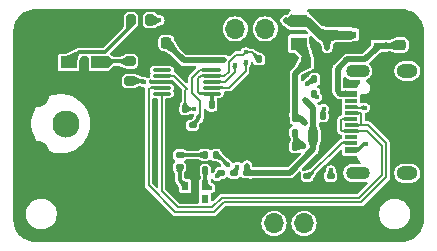
<source format=gbr>
%TF.GenerationSoftware,KiCad,Pcbnew,8.0.0*%
%TF.CreationDate,2024-03-05T20:17:21-06:00*%
%TF.ProjectId,rigel-a-hw,72696765-6c2d-4612-9d68-772e6b696361,rev?*%
%TF.SameCoordinates,Original*%
%TF.FileFunction,Copper,L4,Bot*%
%TF.FilePolarity,Positive*%
%FSLAX46Y46*%
G04 Gerber Fmt 4.6, Leading zero omitted, Abs format (unit mm)*
G04 Created by KiCad (PCBNEW 8.0.0) date 2024-03-05 20:17:21*
%MOMM*%
%LPD*%
G01*
G04 APERTURE LIST*
G04 Aperture macros list*
%AMRoundRect*
0 Rectangle with rounded corners*
0 $1 Rounding radius*
0 $2 $3 $4 $5 $6 $7 $8 $9 X,Y pos of 4 corners*
0 Add a 4 corners polygon primitive as box body*
4,1,4,$2,$3,$4,$5,$6,$7,$8,$9,$2,$3,0*
0 Add four circle primitives for the rounded corners*
1,1,$1+$1,$2,$3*
1,1,$1+$1,$4,$5*
1,1,$1+$1,$6,$7*
1,1,$1+$1,$8,$9*
0 Add four rect primitives between the rounded corners*
20,1,$1+$1,$2,$3,$4,$5,0*
20,1,$1+$1,$4,$5,$6,$7,0*
20,1,$1+$1,$6,$7,$8,$9,0*
20,1,$1+$1,$8,$9,$2,$3,0*%
G04 Aperture macros list end*
%TA.AperFunction,SMDPad,CuDef*%
%ADD10RoundRect,0.140000X0.140000X0.170000X-0.140000X0.170000X-0.140000X-0.170000X0.140000X-0.170000X0*%
%TD*%
%TA.AperFunction,ComponentPad*%
%ADD11C,2.300000*%
%TD*%
%TA.AperFunction,SMDPad,CuDef*%
%ADD12RoundRect,0.225000X0.250000X-0.225000X0.250000X0.225000X-0.250000X0.225000X-0.250000X-0.225000X0*%
%TD*%
%TA.AperFunction,ComponentPad*%
%ADD13R,1.700000X1.700000*%
%TD*%
%TA.AperFunction,ComponentPad*%
%ADD14O,1.700000X1.700000*%
%TD*%
%TA.AperFunction,SMDPad,CuDef*%
%ADD15RoundRect,0.140000X-0.140000X-0.170000X0.140000X-0.170000X0.140000X0.170000X-0.140000X0.170000X0*%
%TD*%
%TA.AperFunction,SMDPad,CuDef*%
%ADD16R,1.100000X0.550013*%
%TD*%
%TA.AperFunction,SMDPad,CuDef*%
%ADD17R,1.100000X0.300000*%
%TD*%
%TA.AperFunction,ComponentPad*%
%ADD18O,1.800000X1.200000*%
%TD*%
%TA.AperFunction,ComponentPad*%
%ADD19O,2.000000X1.100000*%
%TD*%
%TA.AperFunction,SMDPad,CuDef*%
%ADD20O,1.620015X0.280010*%
%TD*%
%TA.AperFunction,SMDPad,CuDef*%
%ADD21RoundRect,0.135000X0.185000X-0.135000X0.185000X0.135000X-0.185000X0.135000X-0.185000X-0.135000X0*%
%TD*%
%TA.AperFunction,SMDPad,CuDef*%
%ADD22RoundRect,0.225000X0.225000X0.250000X-0.225000X0.250000X-0.225000X-0.250000X0.225000X-0.250000X0*%
%TD*%
%TA.AperFunction,SMDPad,CuDef*%
%ADD23R,0.600000X0.750013*%
%TD*%
%TA.AperFunction,SMDPad,CuDef*%
%ADD24RoundRect,0.140000X-0.170000X0.140000X-0.170000X-0.140000X0.170000X-0.140000X0.170000X0.140000X0*%
%TD*%
%TA.AperFunction,SMDPad,CuDef*%
%ADD25R,1.399543X1.000000*%
%TD*%
%TA.AperFunction,SMDPad,CuDef*%
%ADD26R,1.377013X1.132537*%
%TD*%
%TA.AperFunction,SMDPad,CuDef*%
%ADD27R,1.070003X0.600000*%
%TD*%
%TA.AperFunction,SMDPad,CuDef*%
%ADD28RoundRect,0.200000X0.275000X-0.200000X0.275000X0.200000X-0.275000X0.200000X-0.275000X-0.200000X0*%
%TD*%
%TA.AperFunction,SMDPad,CuDef*%
%ADD29RoundRect,0.200000X0.200000X0.275000X-0.200000X0.275000X-0.200000X-0.275000X0.200000X-0.275000X0*%
%TD*%
%TA.AperFunction,ViaPad*%
%ADD30C,0.450000*%
%TD*%
%TA.AperFunction,Conductor*%
%ADD31C,0.200000*%
%TD*%
%TA.AperFunction,Conductor*%
%ADD32C,0.500000*%
%TD*%
%TA.AperFunction,Conductor*%
%ADD33C,0.300000*%
%TD*%
%TA.AperFunction,Conductor*%
%ADD34C,0.250000*%
%TD*%
%TA.AperFunction,Conductor*%
%ADD35C,0.800000*%
%TD*%
G04 APERTURE END LIST*
D10*
%TO.P,C12,1*%
%TO.N,GND*%
X121880000Y-104400000D03*
%TO.P,C12,2*%
%TO.N,+3.3V*%
X120920000Y-104400000D03*
%TD*%
D11*
%TO.P,U6,1,GND*%
%TO.N,GND*%
X102019990Y-107300000D03*
%TO.P,U6,2,GND*%
X102019990Y-112380010D03*
%TO.P,U6,3,GND*%
X107100000Y-112380010D03*
%TO.P,U6,4,GND*%
X107100000Y-107300000D03*
%TO.P,U6,5,IN*%
%TO.N,Net-(U6-IN)*%
X104559995Y-109840005D03*
%TD*%
D12*
%TO.P,C15,1*%
%TO.N,+5V*%
X132900000Y-103175000D03*
%TO.P,C15,2*%
%TO.N,GND*%
X132900000Y-101625000D03*
%TD*%
D13*
%TO.P,J3,1,Pin_1*%
%TO.N,GND*%
X116375000Y-101825000D03*
D14*
%TO.P,J3,2,Pin_2*%
%TO.N,/USART1_RX*%
X118915000Y-101825000D03*
%TO.P,J3,3,Pin_3*%
%TO.N,/USART1_TX*%
X121455000Y-101825000D03*
%TD*%
D15*
%TO.P,C17,1*%
%TO.N,GND*%
X115420000Y-113800000D03*
%TO.P,C17,2*%
%TO.N,/PB0-VDD_TCXO*%
X116380000Y-113800000D03*
%TD*%
D16*
%TO.P,U4,1,GND*%
%TO.N,GND*%
X128729896Y-106509830D03*
%TO.P,U4,2,VBUS*%
%TO.N,+5V*%
X128729896Y-107309931D03*
D17*
%TO.P,U4,3,SBU2*%
%TO.N,unconnected-(U4-SBU2-Pad3)*%
X128729896Y-107959919D03*
%TO.P,U4,4,CC1*%
%TO.N,Net-(U4-CC1)*%
X128729896Y-108460046D03*
%TO.P,U4,5,DN2*%
%TO.N,USBD-*%
X128729896Y-108959919D03*
%TO.P,U4,6,DP1*%
%TO.N,USBD+*%
X128729896Y-109459791D03*
%TO.P,U4,7,DN1*%
%TO.N,USBD-*%
X128729896Y-109959919D03*
%TO.P,U4,8,DP2*%
%TO.N,USBD+*%
X128729896Y-110459791D03*
%TO.P,U4,9,SBU1*%
%TO.N,unconnected-(U4-SBU1-Pad9)*%
X128729896Y-110959919D03*
%TO.P,U4,10,CC2*%
%TO.N,Net-(U4-CC2)*%
X128729896Y-111460046D03*
D16*
%TO.P,U4,11,VBUS*%
%TO.N,+5V*%
X128729896Y-112110033D03*
%TO.P,U4,12,GND*%
%TO.N,GND*%
X128729896Y-112909880D03*
D18*
%TO.P,U4,13,SHELL*%
%TO.N,unconnected-(U4-SHELL-Pad13)_0*%
X133479960Y-105384861D03*
D19*
%TO.N,unconnected-(U4-SHELL-Pad13)*%
X129279807Y-105384861D03*
D18*
%TO.P,U4,14,SHELL*%
%TO.N,unconnected-(U4-SHELL-Pad14)_0*%
X133479960Y-114034849D03*
D19*
%TO.N,unconnected-(U4-SHELL-Pad14)*%
X129279807Y-114034849D03*
%TD*%
D15*
%TO.P,C3,1*%
%TO.N,GND*%
X123040000Y-109400000D03*
%TO.P,C3,2*%
%TO.N,Net-(U1-VDDA)*%
X124000000Y-109400000D03*
%TD*%
D20*
%TO.P,U3,1,UD+*%
%TO.N,USBD+*%
X112690018Y-107300000D03*
%TO.P,U3,2,UD-*%
%TO.N,USBD-*%
X112690018Y-106799873D03*
%TO.P,U3,3,GND*%
%TO.N,GND*%
X112690018Y-106300000D03*
%TO.P,U3,4,RTS#*%
%TO.N,/RESET*%
X112690018Y-105799873D03*
%TO.P,U3,5,CTS#*%
%TO.N,unconnected-(U3-CTS#-Pad5)*%
X112690018Y-105300000D03*
%TO.P,U3,6,TNOW/DTR#*%
%TO.N,/BOOT0*%
X116909982Y-105300000D03*
%TO.P,U3,7,VCC*%
%TO.N,+3.3V*%
X116909982Y-105799873D03*
%TO.P,U3,8,TXD*%
%TO.N,/USART2_RX*%
X116909982Y-106300000D03*
%TO.P,U3,9,RXD*%
%TO.N,/USART2_TX*%
X116909982Y-106799873D03*
%TO.P,U3,10,V3*%
%TO.N,+3.3V*%
X116909982Y-107300000D03*
%TD*%
D21*
%TO.P,R1,1*%
%TO.N,GND*%
X126990000Y-115320000D03*
%TO.P,R1,2*%
%TO.N,Net-(U4-CC1)*%
X126990000Y-114300000D03*
%TD*%
D22*
%TO.P,C9,1*%
%TO.N,+3.3V*%
X113075000Y-103000000D03*
%TO.P,C9,2*%
%TO.N,GND*%
X111525000Y-103000000D03*
%TD*%
D21*
%TO.P,R2,1*%
%TO.N,GND*%
X125000000Y-115320000D03*
%TO.P,R2,2*%
%TO.N,Net-(U4-CC2)*%
X125000000Y-114300000D03*
%TD*%
D15*
%TO.P,C19,1*%
%TO.N,+3.3V*%
X125620000Y-107300000D03*
%TO.P,C19,2*%
%TO.N,GND*%
X126580000Y-107300000D03*
%TD*%
D23*
%TO.P,U5,1,NC*%
%TO.N,unconnected-(U5-NC-Pad1)*%
X116324994Y-116265024D03*
%TO.P,U5,2,GND*%
%TO.N,GND*%
X114675006Y-116265024D03*
%TO.P,U5,3,OUT*%
%TO.N,Net-(U5-OUT)*%
X114675006Y-115134976D03*
%TO.P,U5,4,VCC*%
%TO.N,/PB0-VDD_TCXO*%
X116324994Y-115134976D03*
%TD*%
D24*
%TO.P,C7,1*%
%TO.N,+3.3V*%
X118800000Y-114020000D03*
%TO.P,C7,2*%
%TO.N,GND*%
X118800000Y-114980000D03*
%TD*%
D25*
%TO.P,LED1,1,A*%
%TO.N,Net-(LED1-A)*%
X104800000Y-104650292D03*
%TO.P,LED1,2,K*%
%TO.N,GND*%
X104800000Y-102549708D03*
%TD*%
D15*
%TO.P,C18,1*%
%TO.N,Net-(C18-Pad1)*%
X116320000Y-112500000D03*
%TO.P,C18,2*%
%TO.N,/OSC_IN*%
X117280000Y-112500000D03*
%TD*%
D24*
%TO.P,C4,1*%
%TO.N,+3.3V*%
X117700000Y-114020000D03*
%TO.P,C4,2*%
%TO.N,GND*%
X117700000Y-114980000D03*
%TD*%
D10*
%TO.P,C10,1*%
%TO.N,GND*%
X117880000Y-108300000D03*
%TO.P,C10,2*%
%TO.N,+3.3V*%
X116920000Y-108300000D03*
%TD*%
%TO.P,C6,1*%
%TO.N,+3.3V*%
X123980000Y-111800000D03*
%TO.P,C6,2*%
%TO.N,GND*%
X123020000Y-111800000D03*
%TD*%
D15*
%TO.P,C11,1*%
%TO.N,+3.3V*%
X125620000Y-106100000D03*
%TO.P,C11,2*%
%TO.N,GND*%
X126580000Y-106100000D03*
%TD*%
D26*
%TO.P,L1,1,1*%
%TO.N,+3.3V*%
X124300000Y-101133782D03*
%TO.P,L1,2,2*%
%TO.N,Net-(U1-VDDA)*%
X124300000Y-103066218D03*
%TD*%
D15*
%TO.P,C8,1*%
%TO.N,+3.3V*%
X126320000Y-109200000D03*
%TO.P,C8,2*%
%TO.N,GND*%
X127280000Y-109200000D03*
%TD*%
D27*
%TO.P,U2,1,GND*%
%TO.N,GND*%
X131135077Y-101350038D03*
%TO.P,U2,2,Vin*%
%TO.N,+5V*%
X131135077Y-103249962D03*
%TO.P,U2,3,Vout*%
%TO.N,+3.3V*%
X128664923Y-102300000D03*
%TD*%
D12*
%TO.P,C14,1*%
%TO.N,+3.3V*%
X126700000Y-102400000D03*
%TO.P,C14,2*%
%TO.N,GND*%
X126700000Y-100850000D03*
%TD*%
D22*
%TO.P,C16,1*%
%TO.N,GND*%
X126475000Y-104700000D03*
%TO.P,C16,2*%
%TO.N,Net-(U1-VDDA)*%
X124925000Y-104700000D03*
%TD*%
D21*
%TO.P,R3,1*%
%TO.N,GND*%
X115300000Y-111010000D03*
%TO.P,R3,2*%
%TO.N,/BOOT0*%
X115300000Y-109990000D03*
%TD*%
D25*
%TO.P,LED2,1,A*%
%TO.N,Net-(LED2-A)*%
X107400000Y-104650292D03*
%TO.P,LED2,2,K*%
%TO.N,GND*%
X107400000Y-102549708D03*
%TD*%
D21*
%TO.P,R4,1*%
%TO.N,Net-(U5-OUT)*%
X114200000Y-113510000D03*
%TO.P,R4,2*%
%TO.N,Net-(C18-Pad1)*%
X114200000Y-112490000D03*
%TD*%
D22*
%TO.P,C1,1*%
%TO.N,GND*%
X127075000Y-110900000D03*
%TO.P,C1,2*%
%TO.N,+1V5*%
X125525000Y-110900000D03*
%TD*%
D10*
%TO.P,C5,1*%
%TO.N,+3.3V*%
X123980000Y-110600000D03*
%TO.P,C5,2*%
%TO.N,GND*%
X123020000Y-110600000D03*
%TD*%
D28*
%TO.P,R5,1*%
%TO.N,/TIM1_CH2_LED_2*%
X110000000Y-106225000D03*
%TO.P,R5,2*%
%TO.N,Net-(LED2-A)*%
X110000000Y-104575000D03*
%TD*%
D10*
%TO.P,C13,1*%
%TO.N,/RESET*%
X114680000Y-108600000D03*
%TO.P,C13,2*%
%TO.N,GND*%
X113720000Y-108600000D03*
%TD*%
D13*
%TO.P,J1,1,Pin_1*%
%TO.N,GND*%
X127280000Y-118300000D03*
D14*
%TO.P,J1,2,Pin_2*%
%TO.N,/JTCK{slash}SWCLK*%
X124740000Y-118300000D03*
%TO.P,J1,3,Pin_3*%
%TO.N,/JTMS{slash}SWDIO*%
X122200000Y-118300000D03*
%TD*%
D29*
%TO.P,R6,1*%
%TO.N,/TIM1_CH1_LED_1*%
X111725000Y-101100000D03*
%TO.P,R6,2*%
%TO.N,Net-(LED1-A)*%
X110075000Y-101100000D03*
%TD*%
D24*
%TO.P,C2,1*%
%TO.N,+1V5*%
X119900000Y-114000000D03*
%TO.P,C2,2*%
%TO.N,GND*%
X119900000Y-114960000D03*
%TD*%
D30*
%TO.N,+3.3V*%
X119100000Y-113500000D03*
%TO.N,GND*%
X126213102Y-105591148D03*
%TO.N,+3.3V*%
X125800000Y-107600000D03*
X126400000Y-108600000D03*
%TO.N,+1V5*%
X124859082Y-107847105D03*
%TO.N,GND*%
X134000000Y-112600000D03*
X132800000Y-112600000D03*
%TO.N,/RESET*%
X115400000Y-108600000D03*
%TO.N,+3.3V*%
X119800000Y-103800000D03*
%TO.N,+1V5*%
X119900000Y-113400000D03*
%TO.N,GND*%
X104140000Y-115570000D03*
X114300000Y-119380000D03*
X129540000Y-101600000D03*
X107950000Y-114300000D03*
X123000000Y-108000000D03*
X133350000Y-111760000D03*
X131060000Y-106660000D03*
X128500000Y-103500000D03*
X109220000Y-116840000D03*
X132080000Y-115570000D03*
X109800000Y-111000000D03*
X120000000Y-100500000D03*
X115500000Y-114600000D03*
X128500000Y-101000000D03*
X102870000Y-104140000D03*
X118200000Y-110000000D03*
X127000000Y-111000000D03*
X121000000Y-108000000D03*
X101600000Y-119380000D03*
X116000000Y-100500000D03*
X114000000Y-109200000D03*
X113215018Y-108800000D03*
X113800000Y-115600000D03*
X133600000Y-107930000D03*
X129900000Y-117000000D03*
X111500000Y-104000000D03*
X106000000Y-105800000D03*
X118200000Y-109000000D03*
X118110000Y-118110000D03*
X102000000Y-100800000D03*
X105410000Y-116840000D03*
X110500000Y-109200000D03*
X114200000Y-111795000D03*
X104200000Y-100500000D03*
X132080000Y-119380000D03*
X124000000Y-115000000D03*
X132080000Y-104140000D03*
X128200000Y-113200000D03*
X109000000Y-110600000D03*
X119000000Y-107000000D03*
X103700000Y-106200000D03*
X122000000Y-108000000D03*
X121200000Y-115000000D03*
X110100000Y-108400000D03*
X126000000Y-104500000D03*
X113030000Y-119380000D03*
X102870000Y-101600000D03*
X104600000Y-101300000D03*
X105500000Y-100500000D03*
X133600000Y-110470000D03*
X114000000Y-100500000D03*
X107300000Y-109000000D03*
X123000000Y-107000000D03*
X132330000Y-106660000D03*
X105500000Y-102000000D03*
X120000000Y-107000000D03*
X101600000Y-104140000D03*
X123000000Y-110000000D03*
X121000000Y-109000000D03*
X132330000Y-110470000D03*
X133350000Y-101600000D03*
X109000000Y-113200000D03*
X125800000Y-103500000D03*
X104600000Y-105800000D03*
X116840000Y-119380000D03*
X109300000Y-108800000D03*
X133350000Y-115570000D03*
X113405054Y-107863208D03*
X105410000Y-114300000D03*
X116500000Y-103500000D03*
X123000000Y-109000000D03*
X122000000Y-109000000D03*
X122200000Y-115000000D03*
X110490000Y-116840000D03*
X110490000Y-115570000D03*
X119000000Y-111000000D03*
X107300000Y-110400000D03*
X119380000Y-118110000D03*
X115570000Y-119380000D03*
X108200000Y-110600000D03*
X132330000Y-109200000D03*
X113030000Y-118110000D03*
X121000000Y-107000000D03*
X106680000Y-118110000D03*
X110500000Y-107600000D03*
X122000000Y-111000000D03*
X133600000Y-109200000D03*
X109220000Y-118110000D03*
X127500000Y-103500000D03*
X120650000Y-119380000D03*
X121000000Y-111000000D03*
X108700000Y-106000000D03*
X107000000Y-100500000D03*
X112165018Y-108000000D03*
X120000000Y-111000000D03*
X107950000Y-118110000D03*
X110600000Y-110600000D03*
X114300000Y-101600000D03*
X104600000Y-117500000D03*
X125000000Y-115000000D03*
X110490000Y-119380000D03*
X110000000Y-102500000D03*
X109220000Y-115570000D03*
X101600000Y-115570000D03*
X128275000Y-106200000D03*
X110000000Y-103500000D03*
X113500000Y-102000000D03*
X107950000Y-119380000D03*
X101000000Y-110500000D03*
X110400000Y-113200000D03*
X131060000Y-107930000D03*
X104140000Y-119380000D03*
X133350000Y-104140000D03*
X111055010Y-108400000D03*
X101600000Y-105410000D03*
X113400000Y-110830000D03*
X123000000Y-111000000D03*
X104140000Y-114300000D03*
X106680000Y-119380000D03*
X114300000Y-118110000D03*
X108500000Y-100500000D03*
X127000000Y-101000000D03*
X106680000Y-116840000D03*
X102870000Y-114300000D03*
X104000000Y-102000000D03*
X119380000Y-119380000D03*
X119000000Y-110000000D03*
X128000000Y-115000000D03*
X109220000Y-119380000D03*
X120650000Y-118110000D03*
X130810000Y-101600000D03*
X132330000Y-107930000D03*
X116840000Y-118110000D03*
X127000000Y-110000000D03*
X101000000Y-109000000D03*
X101600000Y-114300000D03*
X123500000Y-119400000D03*
X110490000Y-118110000D03*
X107000000Y-102000000D03*
X108400000Y-108800000D03*
X122000000Y-107000000D03*
X116200000Y-110900000D03*
X102800000Y-100400000D03*
X106100000Y-104800000D03*
X131060000Y-109200000D03*
X107950000Y-116840000D03*
X133600000Y-106660000D03*
X107950000Y-115570000D03*
X102870000Y-105410000D03*
X105410000Y-118110000D03*
X117500000Y-100500000D03*
X115570000Y-118110000D03*
X131000000Y-116200000D03*
X127000000Y-104500000D03*
X120000000Y-110000000D03*
X114400000Y-111000000D03*
X111500000Y-102500000D03*
X130810000Y-119380000D03*
X115200000Y-111400000D03*
X118200000Y-111000000D03*
X101600000Y-101600000D03*
X102870000Y-119380000D03*
X109300000Y-107600000D03*
X115000000Y-103500000D03*
X105410000Y-119380000D03*
X111760000Y-119380000D03*
X113488028Y-112821833D03*
X118200000Y-108000000D03*
X120000000Y-108000000D03*
X122000000Y-110000000D03*
X129400000Y-118300000D03*
X105200000Y-106500000D03*
X133350000Y-119380000D03*
X131200000Y-105410000D03*
X121000000Y-110000000D03*
X106100000Y-101300000D03*
X111760000Y-118110000D03*
X110200000Y-112000000D03*
X109000000Y-112000000D03*
X110400000Y-114400000D03*
X132080000Y-101600000D03*
X131400000Y-110200000D03*
X120000000Y-109000000D03*
X106680000Y-115570000D03*
X117770033Y-103206970D03*
X102870000Y-115570000D03*
X111760000Y-116840000D03*
X105410000Y-115570000D03*
X102870000Y-102870000D03*
X107800000Y-101300000D03*
X101600000Y-102870000D03*
X119000000Y-109000000D03*
X109220000Y-114300000D03*
X127000000Y-115000000D03*
X106680000Y-114300000D03*
X119000000Y-108000000D03*
X118110000Y-119380000D03*
X115400000Y-113100000D03*
%TO.N,+3.3V*%
X126700000Y-103400000D03*
X118000000Y-104500000D03*
X117391971Y-114291386D03*
X123200000Y-101100000D03*
X119100000Y-113500000D03*
X125000000Y-106500000D03*
X124755131Y-111770495D03*
%TO.N,+5V*%
X128000000Y-107300000D03*
X130000000Y-111600000D03*
%TO.N,/PB0-VDD_TCXO*%
X116800000Y-115300000D03*
%TO.N,/OSC_IN*%
X118290538Y-113366470D03*
%TO.N,Net-(U4-CC1)*%
X127000000Y-113800000D03*
X129900000Y-108500000D03*
%TO.N,/BOOT0*%
X115800000Y-109370000D03*
%TO.N,/TIM1_CH1_LED_1*%
X112500000Y-101100000D03*
%TO.N,/USART2_RX*%
X118884625Y-104900000D03*
%TO.N,/USART2_TX*%
X119800000Y-104600000D03*
%TO.N,/TIM1_CH2_LED_2*%
X111200000Y-106300000D03*
%TO.N,Net-(U1-VDDA)*%
X124800000Y-109800000D03*
%TD*%
D31*
%TO.N,+3.3V*%
X119100000Y-113720000D02*
X118800000Y-114020000D01*
X119100000Y-113500000D02*
X119100000Y-113720000D01*
D32*
%TO.N,+1V5*%
X119900000Y-114000000D02*
X119900000Y-113400000D01*
D33*
%TO.N,GND*%
X128690120Y-112909880D02*
X128400000Y-113200000D01*
X128400000Y-113200000D02*
X128200000Y-113200000D01*
D31*
%TO.N,Net-(U4-CC1)*%
X129900000Y-108500000D02*
X128769850Y-108500000D01*
D33*
%TO.N,GND*%
X128584830Y-106509830D02*
X128639726Y-106509830D01*
X128275000Y-106200000D02*
X128584830Y-106509830D01*
D31*
X126580000Y-106100000D02*
X126580000Y-105958046D01*
D32*
%TO.N,+5V*%
X127804991Y-107309931D02*
X128729896Y-107309931D01*
X127600000Y-107104940D02*
X127804991Y-107309931D01*
X127600000Y-105200454D02*
X127600000Y-107104940D01*
X129915139Y-104384861D02*
X128415593Y-104384861D01*
X128415593Y-104384861D02*
X127600000Y-105200454D01*
X131050038Y-103249962D02*
X129915139Y-104384861D01*
D33*
%TO.N,+3.3V*%
X125400000Y-106100000D02*
X125620000Y-106100000D01*
X125000000Y-106500000D02*
X125400000Y-106100000D01*
D32*
%TO.N,+1V5*%
X124859082Y-107847105D02*
X125525000Y-108513023D01*
X125525000Y-108513023D02*
X125525000Y-110900000D01*
D31*
%TO.N,+3.3V*%
X125800000Y-107600000D02*
X125800000Y-107480000D01*
X125800000Y-107480000D02*
X125620000Y-107300000D01*
X126320000Y-108680000D02*
X126400000Y-108600000D01*
X126320000Y-109200000D02*
X126320000Y-108680000D01*
D32*
%TO.N,Net-(U1-VDDA)*%
X124800000Y-109800000D02*
X124400000Y-109400000D01*
X124400000Y-109400000D02*
X124000000Y-109400000D01*
D33*
%TO.N,+3.3V*%
X123980000Y-110995364D02*
X123980000Y-110600000D01*
X124755131Y-111770495D02*
X123980000Y-110995364D01*
X124755131Y-111770495D02*
X124725626Y-111800000D01*
X124725626Y-111800000D02*
X123980000Y-111800000D01*
D31*
%TO.N,USBD+*%
X130059791Y-110459791D02*
X128729896Y-110459791D01*
X131300000Y-111700000D02*
X130059791Y-110459791D01*
X131300000Y-114200000D02*
X131300000Y-111700000D01*
X129400000Y-116100000D02*
X131300000Y-114200000D01*
X116924994Y-116940030D02*
X117765024Y-116100000D01*
X114075006Y-116940030D02*
X116924994Y-116940030D01*
X117765024Y-116100000D02*
X129400000Y-116100000D01*
X112690018Y-115555042D02*
X114075006Y-116940030D01*
X112690018Y-107300000D02*
X112690018Y-115555042D01*
%TO.N,USBD-*%
X111680010Y-106799873D02*
X112690018Y-106799873D01*
X111580010Y-106899873D02*
X111680010Y-106799873D01*
X111580010Y-115080010D02*
X111580010Y-106899873D01*
X117090679Y-117340030D02*
X113840030Y-117340030D01*
X113840030Y-117340030D02*
X111580010Y-115080010D01*
X117930710Y-116500000D02*
X117090679Y-117340030D01*
X129600000Y-116500000D02*
X117930710Y-116500000D01*
X131700000Y-111500000D02*
X131700000Y-114400000D01*
X130159919Y-109959919D02*
X131700000Y-111500000D01*
X128729896Y-109959919D02*
X130159919Y-109959919D01*
X131700000Y-114400000D02*
X129600000Y-116500000D01*
D33*
%TO.N,+5V*%
X129810032Y-111600000D02*
X129299999Y-112110033D01*
X130000000Y-111600000D02*
X129810032Y-111600000D01*
X129299999Y-112110033D02*
X128729896Y-112110033D01*
D31*
%TO.N,/BOOT0*%
X115800000Y-109490000D02*
X115300000Y-109990000D01*
X115800000Y-109370000D02*
X115800000Y-109490000D01*
X115925000Y-107890712D02*
X115260000Y-107225712D01*
X115899974Y-105300000D02*
X116909982Y-105300000D01*
X115925000Y-109245000D02*
X115925000Y-107890712D01*
X115800000Y-109370000D02*
X115925000Y-109245000D01*
X115260000Y-105939974D02*
X115899974Y-105300000D01*
X115260000Y-107225712D02*
X115260000Y-105939974D01*
%TO.N,/RESET*%
X114680000Y-108600000D02*
X115400000Y-108600000D01*
X114680000Y-107019847D02*
X114800000Y-106899847D01*
X114680000Y-108600000D02*
X114680000Y-107019847D01*
%TO.N,+3.3V*%
X120320000Y-103800000D02*
X120660000Y-104140000D01*
X119800000Y-103800000D02*
X120320000Y-103800000D01*
X118359625Y-105440375D02*
X118000127Y-105799873D01*
X118359625Y-104640375D02*
X118359625Y-105440375D01*
X119600000Y-104000000D02*
X119000000Y-104000000D01*
X119800000Y-103800000D02*
X119600000Y-104000000D01*
X119000000Y-104000000D02*
X118359625Y-104640375D01*
X118000127Y-105799873D02*
X116909982Y-105799873D01*
X120660000Y-104140000D02*
X120595000Y-104075000D01*
X120920000Y-104400000D02*
X120660000Y-104140000D01*
X115899974Y-107300000D02*
X116909982Y-107300000D01*
X115800000Y-107200026D02*
X115899974Y-107300000D01*
X115800000Y-106000000D02*
X115800000Y-107200026D01*
X116000127Y-105799873D02*
X115800000Y-106000000D01*
X116909982Y-105799873D02*
X116000127Y-105799873D01*
%TO.N,/USART2_RX*%
X118884625Y-105481061D02*
X118884625Y-104900000D01*
X118065686Y-106300000D02*
X118884625Y-105481061D01*
X116909982Y-106300000D02*
X118065686Y-106300000D01*
%TO.N,/USART2_TX*%
X118400127Y-106799873D02*
X116909982Y-106799873D01*
X119800000Y-105400000D02*
X118400127Y-106799873D01*
X119800000Y-104600000D02*
X119800000Y-105400000D01*
D32*
%TO.N,+1V5*%
X125525000Y-110900000D02*
X125525000Y-112029595D01*
X123554595Y-114000000D02*
X119900000Y-114000000D01*
X125525000Y-112029595D02*
X123554595Y-114000000D01*
D34*
%TO.N,+3.3V*%
X117663357Y-114020000D02*
X117391971Y-114291386D01*
D32*
X114575000Y-104500000D02*
X118000000Y-104500000D01*
D34*
X117700000Y-114020000D02*
X117663357Y-114020000D01*
D33*
X123980000Y-110600000D02*
X123980000Y-111800000D01*
X116909982Y-105799873D02*
X116900127Y-105799873D01*
D35*
X126800000Y-102300000D02*
X126700000Y-102400000D01*
D32*
X124300000Y-101133782D02*
X123233782Y-101133782D01*
X126700000Y-102400000D02*
X126700000Y-103400000D01*
X113075000Y-103000000D02*
X114575000Y-104500000D01*
D35*
X128664923Y-102300000D02*
X126800000Y-102300000D01*
D33*
X116920000Y-107310018D02*
X116909982Y-107300000D01*
D35*
X126225000Y-102400000D02*
X124958782Y-101133782D01*
D32*
X123233782Y-101133782D02*
X123200000Y-101100000D01*
D35*
X124958782Y-101133782D02*
X124300000Y-101133782D01*
D33*
X116920000Y-108300000D02*
X116920000Y-107310018D01*
X116900127Y-105799873D02*
X116900000Y-105800000D01*
D35*
X126700000Y-102400000D02*
X126225000Y-102400000D01*
D31*
%TO.N,/RESET*%
X113700026Y-105799873D02*
X112690018Y-105799873D01*
X114800000Y-106899847D02*
X113700026Y-105799873D01*
D32*
%TO.N,+5V*%
X131135077Y-103249962D02*
X132825038Y-103249962D01*
D33*
X128000000Y-107300000D02*
X128719965Y-107300000D01*
%TO.N,/PB0-VDD_TCXO*%
X116324994Y-115134976D02*
X116634976Y-115134976D01*
X116380000Y-113800000D02*
X116380000Y-115079970D01*
X116634976Y-115134976D02*
X116800000Y-115300000D01*
%TO.N,Net-(C18-Pad1)*%
X114200000Y-112490000D02*
X116310000Y-112490000D01*
%TO.N,/OSC_IN*%
X117424068Y-112500000D02*
X117280000Y-112500000D01*
X118290538Y-113366470D02*
X117424068Y-112500000D01*
%TO.N,Net-(LED1-A)*%
X105650000Y-103800292D02*
X104800000Y-104650292D01*
X110075000Y-101100000D02*
X110075000Y-101575000D01*
X107849708Y-103800292D02*
X105650000Y-103800292D01*
X110075000Y-101575000D02*
X107849708Y-103800292D01*
%TO.N,Net-(LED2-A)*%
X110000000Y-104575000D02*
X107475292Y-104575000D01*
D31*
%TO.N,Net-(U4-CC1)*%
X126990000Y-114300000D02*
X126990000Y-113810000D01*
X126990000Y-113810000D02*
X127000000Y-113800000D01*
%TO.N,Net-(U4-CC2)*%
X127939954Y-111460046D02*
X128729896Y-111460046D01*
X125100000Y-114300000D02*
X127939954Y-111460046D01*
D33*
%TO.N,Net-(U5-OUT)*%
X114675006Y-115134976D02*
X114200000Y-114659970D01*
X114200000Y-114659970D02*
X114200000Y-113510000D01*
%TO.N,/TIM1_CH1_LED_1*%
X112500000Y-101100000D02*
X111725000Y-101100000D01*
%TO.N,/TIM1_CH2_LED_2*%
X110000000Y-106225000D02*
X111125000Y-106225000D01*
X111125000Y-106225000D02*
X111200000Y-106300000D01*
D31*
%TO.N,USBD+*%
X127929768Y-110459791D02*
X127879896Y-110409919D01*
X127879896Y-109509919D02*
X127930024Y-109459791D01*
X127879896Y-110409919D02*
X127879896Y-109509919D01*
X127930024Y-109459791D02*
X128729896Y-109459791D01*
X128729896Y-110459791D02*
X127929768Y-110459791D01*
%TO.N,USBD-*%
X129529768Y-109959919D02*
X129579896Y-109909791D01*
X128729896Y-109959919D02*
X129529768Y-109959919D01*
X129559919Y-108959919D02*
X128729896Y-108959919D01*
X129579896Y-108979896D02*
X129559919Y-108959919D01*
X129579896Y-109909791D02*
X129579896Y-108979896D01*
D32*
%TO.N,Net-(U1-VDDA)*%
X124925000Y-103691218D02*
X124300000Y-103066218D01*
X124000000Y-109400000D02*
X124000000Y-105625000D01*
X124925000Y-104700000D02*
X124925000Y-103691218D01*
X124000000Y-105625000D02*
X124925000Y-104700000D01*
%TD*%
%TA.AperFunction,Conductor*%
%TO.N,GND*%
G36*
X123556587Y-100147185D02*
G01*
X123602342Y-100199989D01*
X123612286Y-100269147D01*
X123583261Y-100332703D01*
X123537002Y-100366061D01*
X123529359Y-100369226D01*
X123495093Y-100392121D01*
X123494494Y-100392488D01*
X123490633Y-100395099D01*
X123490086Y-100395466D01*
X123459732Y-100415749D01*
X123459731Y-100415750D01*
X123449307Y-100431349D01*
X123434402Y-100449618D01*
X123424461Y-100459675D01*
X123342561Y-100583794D01*
X123289209Y-100628908D01*
X123239063Y-100639500D01*
X123139374Y-100639500D01*
X123022254Y-100670882D01*
X123022247Y-100670884D01*
X122917252Y-100731503D01*
X122917244Y-100731509D01*
X122831509Y-100817244D01*
X122831503Y-100817252D01*
X122770884Y-100922247D01*
X122770882Y-100922254D01*
X122739500Y-101039374D01*
X122739500Y-101160626D01*
X122770451Y-101276135D01*
X122770882Y-101277745D01*
X122770884Y-101277752D01*
X122831503Y-101382747D01*
X122831507Y-101382752D01*
X122831508Y-101382754D01*
X122865290Y-101416536D01*
X122951028Y-101502274D01*
X123056035Y-101562900D01*
X123063074Y-101566964D01*
X123063037Y-101567028D01*
X123075998Y-101574049D01*
X123421372Y-101810453D01*
X123454432Y-101843885D01*
X123459728Y-101851811D01*
X123459730Y-101851813D01*
X123529358Y-101898337D01*
X123529362Y-101898339D01*
X123566132Y-101905652D01*
X123590760Y-101910551D01*
X124820810Y-101910550D01*
X124887849Y-101930235D01*
X124908486Y-101946864D01*
X124994514Y-102032892D01*
X125039390Y-102077768D01*
X125072874Y-102139091D01*
X125067890Y-102208783D01*
X125026018Y-102264716D01*
X124960554Y-102289133D01*
X124951708Y-102289449D01*
X123590762Y-102289449D01*
X123529358Y-102301662D01*
X123529356Y-102301663D01*
X123459729Y-102348187D01*
X123413206Y-102417814D01*
X123413204Y-102417818D01*
X123400993Y-102479211D01*
X123400993Y-103653217D01*
X123413206Y-103714621D01*
X123413207Y-103714623D01*
X123459731Y-103784250D01*
X123529358Y-103830773D01*
X123529362Y-103830775D01*
X123559987Y-103836866D01*
X123590760Y-103842987D01*
X123847787Y-103842986D01*
X123914826Y-103862670D01*
X123923336Y-103868658D01*
X124233564Y-104107020D01*
X124256052Y-104124298D01*
X124297219Y-104180753D01*
X124301329Y-104250501D01*
X124298925Y-104259398D01*
X124288723Y-104292249D01*
X124283846Y-104316956D01*
X124279236Y-104333891D01*
X124267259Y-104368119D01*
X124267258Y-104368126D01*
X124264500Y-104397539D01*
X124264500Y-104410244D01*
X124246443Y-104474680D01*
X123861997Y-105106772D01*
X123843736Y-105130017D01*
X123717246Y-105256507D01*
X123699806Y-105273948D01*
X123699804Y-105273948D01*
X123699805Y-105273949D01*
X123631507Y-105342247D01*
X123631506Y-105342249D01*
X123570883Y-105447250D01*
X123570882Y-105447253D01*
X123539500Y-105564374D01*
X123539500Y-108769752D01*
X123535086Y-108802542D01*
X123534272Y-108805509D01*
X123505554Y-109207549D01*
X123505745Y-109240727D01*
X123505745Y-109240728D01*
X123506040Y-109244284D01*
X123506041Y-109244296D01*
X123508164Y-109258636D01*
X123509500Y-109276789D01*
X123509500Y-109603260D01*
X123519426Y-109671391D01*
X123570803Y-109776485D01*
X123653514Y-109859196D01*
X123653515Y-109859196D01*
X123653517Y-109859198D01*
X123703658Y-109883710D01*
X123755240Y-109930838D01*
X123773155Y-109998372D01*
X123751714Y-110064871D01*
X123703659Y-110106511D01*
X123633515Y-110140802D01*
X123550803Y-110223514D01*
X123499426Y-110328608D01*
X123489500Y-110396739D01*
X123489500Y-110803260D01*
X123499425Y-110871388D01*
X123501945Y-110879543D01*
X123506311Y-110892054D01*
X123506318Y-110892053D01*
X123506413Y-110892345D01*
X123507983Y-110896844D01*
X123508201Y-110897836D01*
X123508204Y-110897845D01*
X123592932Y-111157991D01*
X123594107Y-111161597D01*
X123596151Y-111231437D01*
X123594107Y-111238399D01*
X123508203Y-111502155D01*
X123508202Y-111502159D01*
X123508073Y-111502754D01*
X123507928Y-111503169D01*
X123507384Y-111505184D01*
X123507242Y-111505145D01*
X123502075Y-111520032D01*
X123499426Y-111528606D01*
X123489500Y-111596739D01*
X123489500Y-112003260D01*
X123499426Y-112071391D01*
X123550803Y-112176485D01*
X123633514Y-112259196D01*
X123633515Y-112259196D01*
X123633517Y-112259198D01*
X123738607Y-112310573D01*
X123765649Y-112314513D01*
X123806739Y-112320500D01*
X123806740Y-112320500D01*
X124153255Y-112320500D01*
X124153260Y-112320500D01*
X124221393Y-112310573D01*
X124280399Y-112281725D01*
X124349271Y-112269965D01*
X124413568Y-112297307D01*
X124452877Y-112355070D01*
X124454717Y-112424916D01*
X124422542Y-112480806D01*
X123400168Y-113503181D01*
X123338845Y-113536666D01*
X123312487Y-113539500D01*
X120530250Y-113539500D01*
X120497456Y-113535085D01*
X120494488Y-113534271D01*
X120478774Y-113533148D01*
X120413309Y-113508734D01*
X120371434Y-113452802D01*
X120367063Y-113436784D01*
X120367006Y-113436800D01*
X120364759Y-113428449D01*
X120360500Y-113396230D01*
X120360500Y-113339376D01*
X120360500Y-113339374D01*
X120329118Y-113222253D01*
X120268492Y-113117246D01*
X120182754Y-113031508D01*
X120094785Y-112980719D01*
X120077749Y-112970883D01*
X120077748Y-112970882D01*
X120077747Y-112970882D01*
X119960626Y-112939500D01*
X119839374Y-112939500D01*
X119722253Y-112970882D01*
X119722250Y-112970883D01*
X119617249Y-113031506D01*
X119617243Y-113031510D01*
X119531506Y-113117247D01*
X119527774Y-113122111D01*
X119471343Y-113163309D01*
X119401597Y-113167459D01*
X119362364Y-113150932D01*
X119309949Y-113117247D01*
X119282773Y-113099782D01*
X119222694Y-113082141D01*
X119162616Y-113064500D01*
X119162615Y-113064500D01*
X119037385Y-113064500D01*
X119037384Y-113064500D01*
X118917227Y-113099782D01*
X118917225Y-113099783D01*
X118826787Y-113157904D01*
X118759748Y-113177588D01*
X118692708Y-113157903D01*
X118666035Y-113134791D01*
X118660671Y-113128601D01*
X118660671Y-113128600D01*
X118578662Y-113033957D01*
X118570806Y-113028908D01*
X118565774Y-113025497D01*
X118558778Y-113020500D01*
X118211727Y-112772606D01*
X118211726Y-112772605D01*
X118211717Y-112772599D01*
X118211497Y-112772466D01*
X118211137Y-112772184D01*
X118207813Y-112769810D01*
X118207917Y-112769664D01*
X118187857Y-112753965D01*
X118045661Y-112611769D01*
X118028465Y-112588471D01*
X118027968Y-112588801D01*
X118024607Y-112583721D01*
X118024603Y-112583716D01*
X117787526Y-112292127D01*
X117763649Y-112237734D01*
X117763416Y-112237807D01*
X117762784Y-112235762D01*
X117761034Y-112231777D01*
X117760573Y-112228607D01*
X117709198Y-112123517D01*
X117709196Y-112123515D01*
X117709196Y-112123514D01*
X117626485Y-112040803D01*
X117615637Y-112035500D01*
X117521393Y-111989427D01*
X117521391Y-111989426D01*
X117453261Y-111979500D01*
X117453260Y-111979500D01*
X117106740Y-111979500D01*
X117106739Y-111979500D01*
X117038608Y-111989426D01*
X116933514Y-112040803D01*
X116887681Y-112086637D01*
X116826358Y-112120122D01*
X116756666Y-112115138D01*
X116712319Y-112086637D01*
X116666485Y-112040803D01*
X116655637Y-112035500D01*
X116561393Y-111989427D01*
X116561391Y-111989426D01*
X116493261Y-111979500D01*
X116493260Y-111979500D01*
X116146740Y-111979500D01*
X116146739Y-111979500D01*
X116078608Y-111989426D01*
X116078607Y-111989426D01*
X116034057Y-112011205D01*
X116021696Y-112016438D01*
X115728851Y-112122135D01*
X115686754Y-112129500D01*
X114857603Y-112129500D01*
X114820829Y-112123922D01*
X114507658Y-112026671D01*
X114507653Y-112026670D01*
X114507656Y-112026670D01*
X114503771Y-112025823D01*
X114477807Y-112017059D01*
X114475806Y-112016126D01*
X114475804Y-112016125D01*
X114475801Y-112016124D01*
X114475796Y-112016123D01*
X114475795Y-112016123D01*
X114425487Y-112009500D01*
X114425486Y-112009500D01*
X113974514Y-112009500D01*
X113974513Y-112009500D01*
X113924200Y-112016123D01*
X113813771Y-112067617D01*
X113727617Y-112153771D01*
X113676123Y-112264200D01*
X113669500Y-112314513D01*
X113669500Y-112665486D01*
X113676123Y-112715799D01*
X113727617Y-112826228D01*
X113813708Y-112912319D01*
X113847193Y-112973642D01*
X113842209Y-113043334D01*
X113813708Y-113087681D01*
X113727617Y-113173771D01*
X113676123Y-113284200D01*
X113669500Y-113334513D01*
X113669500Y-113685486D01*
X113676123Y-113735799D01*
X113676124Y-113735801D01*
X113727617Y-113846228D01*
X113727618Y-113846229D01*
X113733839Y-113855114D01*
X113733107Y-113855626D01*
X113753194Y-113886185D01*
X113830764Y-114081756D01*
X113839500Y-114127473D01*
X113839500Y-114612509D01*
X113839500Y-114707431D01*
X113848022Y-114739236D01*
X113864067Y-114799119D01*
X113872776Y-114814203D01*
X113911528Y-114881322D01*
X113911530Y-114881324D01*
X113968917Y-114938711D01*
X113991920Y-114970491D01*
X114151190Y-115285845D01*
X114164506Y-115341745D01*
X114164506Y-115530713D01*
X114176719Y-115592116D01*
X114176720Y-115592119D01*
X114223244Y-115661746D01*
X114292871Y-115708269D01*
X114292875Y-115708271D01*
X114329645Y-115715584D01*
X114354273Y-115720483D01*
X114995738Y-115720482D01*
X115057139Y-115708270D01*
X115126768Y-115661745D01*
X115147239Y-115631109D01*
X115173292Y-115592117D01*
X115173293Y-115592116D01*
X115185506Y-115530716D01*
X115185505Y-114739237D01*
X115173293Y-114677836D01*
X115173291Y-114677834D01*
X115173291Y-114677832D01*
X115126767Y-114608205D01*
X115057140Y-114561682D01*
X115057136Y-114561680D01*
X114995743Y-114549469D01*
X114995739Y-114549469D01*
X114817178Y-114549469D01*
X114772062Y-114540970D01*
X114639384Y-114489144D01*
X114584101Y-114446417D01*
X114560694Y-114380585D01*
X114560500Y-114373643D01*
X114560500Y-114127473D01*
X114569235Y-114081757D01*
X114646800Y-113886192D01*
X114666892Y-113855626D01*
X114666161Y-113855115D01*
X114672382Y-113846229D01*
X114672382Y-113846228D01*
X114672383Y-113846228D01*
X114723876Y-113735801D01*
X114730500Y-113685486D01*
X114730500Y-113334514D01*
X114723876Y-113284199D01*
X114672383Y-113173772D01*
X114610345Y-113111734D01*
X114576860Y-113050411D01*
X114581844Y-112980719D01*
X114623716Y-112924786D01*
X114661249Y-112905632D01*
X114820826Y-112856077D01*
X114857600Y-112850500D01*
X115680883Y-112850500D01*
X115727943Y-112859777D01*
X115986498Y-112965839D01*
X115993898Y-112969162D01*
X116078604Y-113010572D01*
X116078607Y-113010573D01*
X116146739Y-113020500D01*
X116146740Y-113020500D01*
X116493261Y-113020500D01*
X116515971Y-113017191D01*
X116561393Y-113010573D01*
X116666483Y-112959198D01*
X116687665Y-112938016D01*
X116712319Y-112913363D01*
X116773642Y-112879878D01*
X116843334Y-112884862D01*
X116887681Y-112913363D01*
X116933514Y-112959196D01*
X116933515Y-112959196D01*
X116933517Y-112959198D01*
X117038607Y-113010573D01*
X117072673Y-113015536D01*
X117106739Y-113020500D01*
X117106740Y-113020500D01*
X117167321Y-113020500D01*
X117204233Y-113026121D01*
X117518194Y-113124021D01*
X117568961Y-113154717D01*
X117677978Y-113263734D01*
X117692730Y-113282989D01*
X117693133Y-113282702D01*
X117729365Y-113333427D01*
X117752313Y-113399420D01*
X117735939Y-113467344D01*
X117685442Y-113515633D01*
X117628462Y-113529500D01*
X117496739Y-113529500D01*
X117428608Y-113539426D01*
X117323514Y-113590803D01*
X117240803Y-113673514D01*
X117189426Y-113778608D01*
X117179499Y-113846740D01*
X117179175Y-113851220D01*
X117176998Y-113851062D01*
X117159815Y-113909583D01*
X117122542Y-113946858D01*
X117103847Y-113958872D01*
X117103844Y-113958875D01*
X117088212Y-113976916D01*
X117029434Y-114014690D01*
X116959564Y-114014690D01*
X116900786Y-113976915D01*
X116871762Y-113913359D01*
X116870500Y-113895713D01*
X116870500Y-113596739D01*
X116861398Y-113534271D01*
X116860573Y-113528607D01*
X116809198Y-113423517D01*
X116809196Y-113423515D01*
X116809196Y-113423514D01*
X116726485Y-113340803D01*
X116621391Y-113289426D01*
X116553261Y-113279500D01*
X116553260Y-113279500D01*
X116206740Y-113279500D01*
X116206739Y-113279500D01*
X116138608Y-113289426D01*
X116033514Y-113340803D01*
X115950803Y-113423514D01*
X115899426Y-113528608D01*
X115889500Y-113596739D01*
X115889500Y-114003260D01*
X115899425Y-114071388D01*
X115901945Y-114079543D01*
X115906311Y-114092054D01*
X115906318Y-114092053D01*
X115906413Y-114092345D01*
X115907983Y-114096844D01*
X115908201Y-114097836D01*
X115908204Y-114097845D01*
X115985399Y-114334862D01*
X115992529Y-114356752D01*
X115994573Y-114426592D01*
X115981671Y-114457741D01*
X115921230Y-114561115D01*
X115883079Y-114601627D01*
X115873233Y-114608206D01*
X115873231Y-114608207D01*
X115826706Y-114677837D01*
X115826705Y-114677838D01*
X115814494Y-114739231D01*
X115814494Y-115530714D01*
X115826707Y-115592116D01*
X115826708Y-115592119D01*
X115852761Y-115631109D01*
X115873639Y-115697786D01*
X115855155Y-115765166D01*
X115852762Y-115768890D01*
X115826706Y-115807886D01*
X115826705Y-115807886D01*
X115814494Y-115869279D01*
X115814494Y-115869282D01*
X115814494Y-115869284D01*
X115814494Y-116231523D01*
X115814495Y-116505530D01*
X115794811Y-116572569D01*
X115742007Y-116618324D01*
X115690495Y-116629530D01*
X114254981Y-116629530D01*
X114187942Y-116609845D01*
X114167300Y-116593211D01*
X113036837Y-115462747D01*
X113003352Y-115401424D01*
X113000518Y-115375066D01*
X113000518Y-107774505D01*
X113020203Y-107707466D01*
X113073007Y-107661711D01*
X113124518Y-107650505D01*
X113406163Y-107650505D01*
X113406165Y-107650505D01*
X113495310Y-107626618D01*
X113575235Y-107580473D01*
X113640493Y-107515215D01*
X113686638Y-107435290D01*
X113710525Y-107346145D01*
X113710525Y-107253855D01*
X113686638Y-107164710D01*
X113656168Y-107111936D01*
X113639696Y-107044037D01*
X113656170Y-106987935D01*
X113686635Y-106935168D01*
X113686637Y-106935165D01*
X113686749Y-106934747D01*
X113710525Y-106846018D01*
X113710525Y-106753728D01*
X113686638Y-106664583D01*
X113640493Y-106584658D01*
X113575235Y-106519400D01*
X113495310Y-106473255D01*
X113406165Y-106449368D01*
X113406163Y-106449368D01*
X112023466Y-106449368D01*
X112010041Y-106448639D01*
X111999611Y-106447503D01*
X111999615Y-106447503D01*
X111997621Y-106447457D01*
X111995631Y-106447412D01*
X111995629Y-106447412D01*
X111995627Y-106447412D01*
X111995626Y-106447412D01*
X111958894Y-106449716D01*
X111775733Y-106477054D01*
X111706523Y-106467481D01*
X111653474Y-106422009D01*
X111633431Y-106355076D01*
X111634689Y-106336780D01*
X111639978Y-106300000D01*
X111626945Y-106209352D01*
X111636889Y-106140194D01*
X111682644Y-106087390D01*
X111749683Y-106067706D01*
X111811684Y-106084320D01*
X111884720Y-106126488D01*
X111884723Y-106126490D01*
X111884725Y-106126490D01*
X111884726Y-106126491D01*
X111973871Y-106150378D01*
X113356557Y-106150378D01*
X113370002Y-106151108D01*
X113380373Y-106152240D01*
X113384357Y-106152332D01*
X113421144Y-106150028D01*
X113524600Y-106134586D01*
X113593809Y-106144158D01*
X113630585Y-106169546D01*
X114334463Y-106873424D01*
X114367948Y-106934747D01*
X114369443Y-106970808D01*
X114369500Y-106970808D01*
X114369500Y-106972184D01*
X114369714Y-106977347D01*
X114369500Y-106978966D01*
X114369500Y-107924521D01*
X114358061Y-107976541D01*
X114218798Y-108277876D01*
X114218797Y-108277878D01*
X114212085Y-108299427D01*
X114205100Y-108317001D01*
X114199427Y-108328606D01*
X114199426Y-108328608D01*
X114189500Y-108396739D01*
X114189500Y-108803260D01*
X114199426Y-108871391D01*
X114250803Y-108976485D01*
X114333514Y-109059196D01*
X114333515Y-109059196D01*
X114333517Y-109059198D01*
X114438607Y-109110573D01*
X114461387Y-109113892D01*
X114506739Y-109120500D01*
X114506740Y-109120500D01*
X114853261Y-109120500D01*
X114875971Y-109117191D01*
X114921393Y-109110573D01*
X115026483Y-109059198D01*
X115026485Y-109059195D01*
X115026920Y-109058983D01*
X115039573Y-109051137D01*
X115119530Y-109008490D01*
X115187944Y-108994310D01*
X115212821Y-108998924D01*
X115217226Y-109000217D01*
X115217227Y-109000218D01*
X115245402Y-109008491D01*
X115320537Y-109030553D01*
X115379314Y-109068328D01*
X115408339Y-109131884D01*
X115398395Y-109201042D01*
X115398395Y-109201043D01*
X115387335Y-109225260D01*
X115384829Y-109230427D01*
X115381336Y-109237221D01*
X115379096Y-109242887D01*
X115378822Y-109242778D01*
X115378725Y-109243038D01*
X115377457Y-109247356D01*
X115374547Y-109260967D01*
X115347992Y-109353865D01*
X115310641Y-109412911D01*
X115284379Y-109430613D01*
X115153409Y-109496330D01*
X115097798Y-109509500D01*
X115074513Y-109509500D01*
X115024200Y-109516123D01*
X114913771Y-109567617D01*
X114827617Y-109653771D01*
X114776123Y-109764200D01*
X114769500Y-109814513D01*
X114769500Y-110165486D01*
X114776123Y-110215799D01*
X114806147Y-110280185D01*
X114827617Y-110326228D01*
X114913772Y-110412383D01*
X115024199Y-110463876D01*
X115074513Y-110470500D01*
X115074514Y-110470500D01*
X115525487Y-110470500D01*
X115542257Y-110468292D01*
X115575801Y-110463876D01*
X115686228Y-110412383D01*
X115772383Y-110326228D01*
X115823876Y-110215801D01*
X115830500Y-110165486D01*
X115830500Y-110135098D01*
X115841174Y-110084767D01*
X115954402Y-109829841D01*
X115988506Y-109784784D01*
X116079945Y-109708859D01*
X116085443Y-109704835D01*
X116088119Y-109702515D01*
X116088124Y-109702513D01*
X116088127Y-109702509D01*
X116091404Y-109699670D01*
X116094404Y-109696603D01*
X116094386Y-109696583D01*
X116094781Y-109696218D01*
X116094782Y-109696216D01*
X116094793Y-109696207D01*
X116097669Y-109693551D01*
X116101028Y-109688708D01*
X116109173Y-109678218D01*
X116170133Y-109607870D01*
X116222156Y-109493956D01*
X116239978Y-109370000D01*
X116239977Y-109369993D01*
X116239977Y-109369770D01*
X116240500Y-109359124D01*
X116240500Y-108974814D01*
X116237883Y-108961659D01*
X116235500Y-108937467D01*
X116235500Y-108690234D01*
X116255185Y-108623195D01*
X116307989Y-108577440D01*
X116377147Y-108567496D01*
X116440703Y-108596521D01*
X116470901Y-108635774D01*
X116490803Y-108676485D01*
X116573514Y-108759196D01*
X116573515Y-108759196D01*
X116573517Y-108759198D01*
X116678607Y-108810573D01*
X116712673Y-108815536D01*
X116746739Y-108820500D01*
X116746740Y-108820500D01*
X117093261Y-108820500D01*
X117115971Y-108817191D01*
X117161393Y-108810573D01*
X117266483Y-108759198D01*
X117349198Y-108676483D01*
X117400573Y-108571393D01*
X117410500Y-108503260D01*
X117410500Y-108096740D01*
X117405803Y-108064500D01*
X117400574Y-108028611D01*
X117398050Y-108020446D01*
X117393687Y-108007941D01*
X117393681Y-108007944D01*
X117393578Y-108007628D01*
X117392011Y-108003137D01*
X117391796Y-108002160D01*
X117391795Y-108002152D01*
X117330157Y-107812904D01*
X117328114Y-107743066D01*
X117364152Y-107683208D01*
X117426832Y-107652336D01*
X117448062Y-107650505D01*
X117626127Y-107650505D01*
X117626129Y-107650505D01*
X117715274Y-107626618D01*
X117795199Y-107580473D01*
X117860457Y-107515215D01*
X117906602Y-107435290D01*
X117930489Y-107346145D01*
X117930489Y-107253855D01*
X117930488Y-107253853D01*
X117930055Y-107250561D01*
X117930489Y-107247777D01*
X117930489Y-107245727D01*
X117930809Y-107245727D01*
X117940820Y-107181525D01*
X117987199Y-107129268D01*
X118052994Y-107110373D01*
X118441003Y-107110373D01*
X118441006Y-107110373D01*
X118519976Y-107089213D01*
X118590779Y-107048335D01*
X120048461Y-105590652D01*
X120049169Y-105589427D01*
X120089340Y-105519848D01*
X120097891Y-105487935D01*
X120104827Y-105462048D01*
X120104828Y-105462041D01*
X120104829Y-105462039D01*
X120110500Y-105440879D01*
X120110500Y-105359122D01*
X120110500Y-105116126D01*
X120115614Y-105080884D01*
X120130141Y-105031879D01*
X120211503Y-104757412D01*
X120211503Y-104757405D01*
X120212488Y-104752640D01*
X120221134Y-104726192D01*
X120222156Y-104723956D01*
X120222157Y-104723947D01*
X120223297Y-104720067D01*
X120225490Y-104716653D01*
X120225843Y-104715882D01*
X120225953Y-104715932D01*
X120261070Y-104661289D01*
X120324626Y-104632262D01*
X120393784Y-104642205D01*
X120446589Y-104687959D01*
X120453675Y-104700540D01*
X120490800Y-104776482D01*
X120573514Y-104859196D01*
X120573515Y-104859196D01*
X120573517Y-104859198D01*
X120678607Y-104910573D01*
X120712673Y-104915536D01*
X120746739Y-104920500D01*
X120746740Y-104920500D01*
X121093261Y-104920500D01*
X121115971Y-104917191D01*
X121161393Y-104910573D01*
X121266483Y-104859198D01*
X121349198Y-104776483D01*
X121400573Y-104671393D01*
X121410500Y-104603260D01*
X121410500Y-104196740D01*
X121408130Y-104180477D01*
X121400879Y-104130706D01*
X121400573Y-104128607D01*
X121349198Y-104023517D01*
X121349196Y-104023515D01*
X121349196Y-104023514D01*
X121266485Y-103940803D01*
X121161391Y-103889426D01*
X121093261Y-103879500D01*
X121093260Y-103879500D01*
X121090168Y-103879500D01*
X121039123Y-103868506D01*
X120674008Y-103703583D01*
X120637372Y-103678258D01*
X120510653Y-103551539D01*
X120510648Y-103551535D01*
X120439851Y-103510661D01*
X120439850Y-103510660D01*
X120439849Y-103510660D01*
X120360879Y-103489500D01*
X120360878Y-103489500D01*
X120360877Y-103489500D01*
X120158788Y-103489500D01*
X120091749Y-103469816D01*
X120011181Y-103418039D01*
X119982773Y-103399782D01*
X119922694Y-103382141D01*
X119862616Y-103364500D01*
X119862615Y-103364500D01*
X119737385Y-103364500D01*
X119737384Y-103364500D01*
X119617227Y-103399782D01*
X119617220Y-103399785D01*
X119511880Y-103467483D01*
X119511877Y-103467485D01*
X119429867Y-103562130D01*
X119429866Y-103562131D01*
X119404803Y-103617012D01*
X119359048Y-103669816D01*
X119292009Y-103689500D01*
X119040879Y-103689500D01*
X118959121Y-103689500D01*
X118880151Y-103710660D01*
X118880149Y-103710661D01*
X118880148Y-103710661D01*
X118809351Y-103751535D01*
X118809346Y-103751539D01*
X118442612Y-104118273D01*
X118381289Y-104151758D01*
X118311597Y-104146774D01*
X118290173Y-104134912D01*
X118289793Y-104135572D01*
X118281354Y-104130700D01*
X118177747Y-104070882D01*
X118060626Y-104039500D01*
X118060625Y-104039500D01*
X114817107Y-104039500D01*
X114750068Y-104019815D01*
X114729426Y-104003181D01*
X114156265Y-103430020D01*
X114138003Y-103406775D01*
X114133750Y-103399783D01*
X113924208Y-103055261D01*
X113753556Y-102774680D01*
X113735499Y-102710244D01*
X113735499Y-102697545D01*
X113735498Y-102697538D01*
X113732741Y-102668121D01*
X113689381Y-102544206D01*
X113641416Y-102479216D01*
X113611423Y-102438576D01*
X113539860Y-102385761D01*
X113505794Y-102360619D01*
X113505792Y-102360618D01*
X113381880Y-102317258D01*
X113352461Y-102314500D01*
X112797546Y-102314500D01*
X112768125Y-102317258D01*
X112768115Y-102317260D01*
X112644207Y-102360618D01*
X112538576Y-102438576D01*
X112460618Y-102544207D01*
X112417258Y-102668118D01*
X112417258Y-102668120D01*
X112414500Y-102697538D01*
X112414500Y-103302453D01*
X112417258Y-103331874D01*
X112417260Y-103331884D01*
X112459786Y-103453414D01*
X112460619Y-103455794D01*
X112469249Y-103467487D01*
X112538576Y-103561423D01*
X112591391Y-103600402D01*
X112644206Y-103639381D01*
X112685511Y-103653834D01*
X112768119Y-103682741D01*
X112785789Y-103684397D01*
X112797543Y-103685500D01*
X112811933Y-103685499D01*
X112875275Y-103702895D01*
X113481314Y-104062978D01*
X113505654Y-104081899D01*
X114202167Y-104778412D01*
X114202177Y-104778423D01*
X114206507Y-104782753D01*
X114206508Y-104782754D01*
X114292246Y-104868492D01*
X114397253Y-104929118D01*
X114514374Y-104960500D01*
X114635626Y-104960500D01*
X115500999Y-104960500D01*
X115568038Y-104980185D01*
X115613793Y-105032989D01*
X115623737Y-105102147D01*
X115594712Y-105165703D01*
X115588680Y-105172181D01*
X115011539Y-105749320D01*
X115011535Y-105749325D01*
X114970659Y-105820125D01*
X114950182Y-105896551D01*
X114950179Y-105896561D01*
X114949500Y-105899090D01*
X114949500Y-106310871D01*
X114929815Y-106377910D01*
X114877011Y-106423665D01*
X114807853Y-106433609D01*
X114744297Y-106404584D01*
X114737819Y-106398552D01*
X113890679Y-105551412D01*
X113890674Y-105551408D01*
X113819877Y-105510534D01*
X113819870Y-105510531D01*
X113796526Y-105504276D01*
X113736866Y-105467910D01*
X113706338Y-105405063D01*
X113708846Y-105352407D01*
X113710525Y-105346145D01*
X113710525Y-105253855D01*
X113686638Y-105164710D01*
X113640493Y-105084785D01*
X113575235Y-105019527D01*
X113495310Y-104973382D01*
X113406165Y-104949495D01*
X111973871Y-104949495D01*
X111914441Y-104965419D01*
X111884725Y-104973382D01*
X111804801Y-105019527D01*
X111804798Y-105019529D01*
X111739545Y-105084782D01*
X111739543Y-105084785D01*
X111693398Y-105164709D01*
X111691706Y-105171023D01*
X111669511Y-105253855D01*
X111669511Y-105346145D01*
X111693398Y-105435290D01*
X111722129Y-105485054D01*
X111723793Y-105487935D01*
X111740266Y-105555835D01*
X111723793Y-105611936D01*
X111693399Y-105664579D01*
X111693398Y-105664580D01*
X111669511Y-105753729D01*
X111669511Y-105854146D01*
X111666818Y-105854146D01*
X111658074Y-105910111D01*
X111611680Y-105962353D01*
X111544405Y-105981220D01*
X111478876Y-105961544D01*
X111382773Y-105899782D01*
X111322694Y-105882141D01*
X111262616Y-105864500D01*
X111262615Y-105864500D01*
X111225701Y-105864500D01*
X111201509Y-105862117D01*
X111188352Y-105859500D01*
X110947649Y-105859500D01*
X110896904Y-105848641D01*
X110447434Y-105647051D01*
X110447431Y-105647049D01*
X110431065Y-105641892D01*
X110412049Y-105634114D01*
X110403433Y-105629724D01*
X110403430Y-105629723D01*
X110307307Y-105614500D01*
X109692688Y-105614500D01*
X109692688Y-105614501D01*
X109596571Y-105629723D01*
X109596570Y-105629723D01*
X109480704Y-105688760D01*
X109480700Y-105688763D01*
X109388763Y-105780700D01*
X109388760Y-105780704D01*
X109329723Y-105896571D01*
X109314500Y-105992692D01*
X109314500Y-106457311D01*
X109329723Y-106553428D01*
X109329723Y-106553429D01*
X109329724Y-106553432D01*
X109329725Y-106553433D01*
X109386358Y-106664582D01*
X109388760Y-106669295D01*
X109388763Y-106669299D01*
X109480700Y-106761236D01*
X109480704Y-106761239D01*
X109480706Y-106761241D01*
X109596567Y-106820275D01*
X109596569Y-106820275D01*
X109596571Y-106820276D01*
X109622769Y-106824425D01*
X109692693Y-106835500D01*
X110307306Y-106835499D01*
X110403433Y-106820275D01*
X110415613Y-106814068D01*
X110444215Y-106803684D01*
X110447434Y-106802947D01*
X110784333Y-106651845D01*
X110853554Y-106642372D01*
X110879194Y-106649102D01*
X111026635Y-106705240D01*
X111039399Y-106707506D01*
X111052629Y-106710613D01*
X111137385Y-106735500D01*
X111145510Y-106735500D01*
X111212549Y-106755185D01*
X111258304Y-106807989D01*
X111269510Y-106859500D01*
X111269510Y-115039131D01*
X111269510Y-115120889D01*
X111290670Y-115199859D01*
X111290671Y-115199860D01*
X111290671Y-115199861D01*
X111331545Y-115270658D01*
X111331547Y-115270661D01*
X111331548Y-115270662D01*
X113649379Y-117588492D01*
X113720181Y-117629370D01*
X113799151Y-117650530D01*
X113799152Y-117650530D01*
X113799153Y-117650530D01*
X117131555Y-117650530D01*
X117131557Y-117650530D01*
X117210528Y-117629370D01*
X117281330Y-117588492D01*
X118023004Y-116846819D01*
X118084327Y-116813334D01*
X118110685Y-116810500D01*
X129640876Y-116810500D01*
X129640879Y-116810500D01*
X129719849Y-116789340D01*
X129790652Y-116748462D01*
X131948461Y-114590652D01*
X131948923Y-114589853D01*
X131989340Y-114519848D01*
X132010500Y-114440878D01*
X132010500Y-114114680D01*
X132369460Y-114114680D01*
X132400605Y-114271255D01*
X132400608Y-114271267D01*
X132461702Y-114418763D01*
X132461704Y-114418767D01*
X132550399Y-114551508D01*
X132550405Y-114551516D01*
X132663292Y-114664403D01*
X132663300Y-114664409D01*
X132796041Y-114753104D01*
X132796045Y-114753106D01*
X132907132Y-114799119D01*
X132943546Y-114814202D01*
X133070331Y-114839421D01*
X133100128Y-114845348D01*
X133100132Y-114845349D01*
X133100133Y-114845349D01*
X133859788Y-114845349D01*
X133859789Y-114845348D01*
X134016374Y-114814202D01*
X134163876Y-114753105D01*
X134163878Y-114753104D01*
X134255919Y-114691604D01*
X134296624Y-114664406D01*
X134409517Y-114551513D01*
X134460316Y-114475486D01*
X134498215Y-114418767D01*
X134498217Y-114418763D01*
X134528156Y-114346483D01*
X134559313Y-114271263D01*
X134590460Y-114114676D01*
X134590460Y-113955022D01*
X134559313Y-113798435D01*
X134559005Y-113797692D01*
X134498217Y-113650934D01*
X134498215Y-113650930D01*
X134409520Y-113518189D01*
X134409514Y-113518181D01*
X134296627Y-113405294D01*
X134296619Y-113405288D01*
X134163878Y-113316593D01*
X134163874Y-113316591D01*
X134016378Y-113255497D01*
X134016366Y-113255494D01*
X133859791Y-113224349D01*
X133859787Y-113224349D01*
X133100133Y-113224349D01*
X133100128Y-113224349D01*
X132943553Y-113255494D01*
X132943541Y-113255497D01*
X132796045Y-113316591D01*
X132796041Y-113316593D01*
X132663300Y-113405288D01*
X132663292Y-113405294D01*
X132550405Y-113518181D01*
X132550399Y-113518189D01*
X132461704Y-113650930D01*
X132461702Y-113650934D01*
X132400608Y-113798430D01*
X132400605Y-113798442D01*
X132369460Y-113955017D01*
X132369460Y-114114680D01*
X132010500Y-114114680D01*
X132010500Y-111459122D01*
X131989340Y-111380152D01*
X131948462Y-111309349D01*
X131890651Y-111251538D01*
X130350571Y-109711457D01*
X130350570Y-109711456D01*
X130350567Y-109711454D01*
X130279770Y-109670580D01*
X130279769Y-109670579D01*
X130279768Y-109670579D01*
X130200798Y-109649419D01*
X130200797Y-109649419D01*
X130200796Y-109649419D01*
X130014396Y-109649419D01*
X129947357Y-109629734D01*
X129901602Y-109576930D01*
X129890396Y-109525419D01*
X129890396Y-109049530D01*
X129910081Y-108982491D01*
X129962885Y-108936736D01*
X129979454Y-108930555D01*
X130082773Y-108900218D01*
X130188124Y-108832513D01*
X130270133Y-108737870D01*
X130316759Y-108635774D01*
X130322155Y-108623959D01*
X130322156Y-108623955D01*
X130325600Y-108600000D01*
X130339978Y-108500000D01*
X130322156Y-108376044D01*
X130322155Y-108376040D01*
X130287166Y-108299427D01*
X130270133Y-108262130D01*
X130188124Y-108167487D01*
X130188123Y-108167486D01*
X130188122Y-108167485D01*
X130188119Y-108167483D01*
X130082779Y-108099785D01*
X130082775Y-108099783D01*
X130082773Y-108099782D01*
X129988968Y-108072238D01*
X129962616Y-108064500D01*
X129962615Y-108064500D01*
X129837385Y-108064500D01*
X129773195Y-108083347D01*
X129749638Y-108087846D01*
X129742589Y-108088495D01*
X129649636Y-108116049D01*
X129579766Y-108116229D01*
X129520891Y-108078606D01*
X129491703Y-108015125D01*
X129490395Y-107997170D01*
X129490395Y-107789187D01*
X129478183Y-107727786D01*
X129476956Y-107721616D01*
X129476957Y-107673237D01*
X129490395Y-107605674D01*
X129490396Y-107605671D01*
X129490395Y-107468537D01*
X129510079Y-107401499D01*
X129562883Y-107355744D01*
X129632041Y-107345800D01*
X129646480Y-107348761D01*
X129727524Y-107370477D01*
X129727527Y-107370477D01*
X129872473Y-107370477D01*
X129872476Y-107370477D01*
X130012490Y-107332960D01*
X130012493Y-107332958D01*
X130012496Y-107332957D01*
X130138016Y-107260488D01*
X130138015Y-107260488D01*
X130138023Y-107260484D01*
X130240520Y-107157987D01*
X130275881Y-107096740D01*
X130312993Y-107032460D01*
X130312995Y-107032455D01*
X130312996Y-107032454D01*
X130350513Y-106892440D01*
X130350513Y-106747488D01*
X130312996Y-106607474D01*
X130312995Y-106607472D01*
X130312993Y-106607467D01*
X130240524Y-106481947D01*
X130240518Y-106481939D01*
X130138024Y-106379445D01*
X130138019Y-106379441D01*
X130012373Y-106306900D01*
X129964158Y-106256333D01*
X129950934Y-106187726D01*
X129976902Y-106122862D01*
X130026919Y-106084953D01*
X130090039Y-106058808D01*
X130214598Y-105975580D01*
X130320526Y-105869652D01*
X130403754Y-105745093D01*
X130461082Y-105606691D01*
X130489327Y-105464692D01*
X132369460Y-105464692D01*
X132400605Y-105621267D01*
X132400608Y-105621279D01*
X132461702Y-105768775D01*
X132461704Y-105768779D01*
X132550399Y-105901520D01*
X132550405Y-105901528D01*
X132663292Y-106014415D01*
X132663300Y-106014421D01*
X132796041Y-106103116D01*
X132796045Y-106103118D01*
X132939222Y-106162423D01*
X132943546Y-106164214D01*
X133100128Y-106195360D01*
X133100132Y-106195361D01*
X133100133Y-106195361D01*
X133859788Y-106195361D01*
X133859789Y-106195360D01*
X134016374Y-106164214D01*
X134163876Y-106103117D01*
X134163878Y-106103116D01*
X134295621Y-106015088D01*
X134296624Y-106014418D01*
X134409517Y-105901525D01*
X134476639Y-105801070D01*
X134498215Y-105768779D01*
X134498217Y-105768775D01*
X134541374Y-105664583D01*
X134559313Y-105621275D01*
X134590460Y-105464688D01*
X134590460Y-105305034D01*
X134559313Y-105148447D01*
X134538474Y-105098136D01*
X134498217Y-105000946D01*
X134498215Y-105000942D01*
X134409520Y-104868201D01*
X134409514Y-104868193D01*
X134296627Y-104755306D01*
X134296619Y-104755300D01*
X134163878Y-104666605D01*
X134163874Y-104666603D01*
X134016378Y-104605509D01*
X134016366Y-104605506D01*
X133859791Y-104574361D01*
X133859787Y-104574361D01*
X133100133Y-104574361D01*
X133100128Y-104574361D01*
X132943553Y-104605506D01*
X132943541Y-104605509D01*
X132796045Y-104666603D01*
X132796041Y-104666605D01*
X132663300Y-104755300D01*
X132663292Y-104755306D01*
X132550405Y-104868193D01*
X132550399Y-104868201D01*
X132461704Y-105000942D01*
X132461702Y-105000946D01*
X132400608Y-105148442D01*
X132400605Y-105148454D01*
X132369460Y-105305029D01*
X132369460Y-105464692D01*
X130489327Y-105464692D01*
X130490307Y-105459764D01*
X130490307Y-105309958D01*
X130461082Y-105163031D01*
X130403754Y-105024629D01*
X130403753Y-105024628D01*
X130403750Y-105024622D01*
X130320526Y-104900070D01*
X130320523Y-104900066D01*
X130273532Y-104853075D01*
X130240047Y-104791752D01*
X130245031Y-104722060D01*
X130273529Y-104677716D01*
X130283631Y-104667615D01*
X130283631Y-104667614D01*
X130825143Y-104126100D01*
X130845215Y-104110538D01*
X130845142Y-104110439D01*
X130848758Y-104107791D01*
X130849754Y-104107020D01*
X130850055Y-104106841D01*
X130850060Y-104106839D01*
X131175663Y-103868506D01*
X131290563Y-103784402D01*
X131356286Y-103760689D01*
X131363804Y-103760461D01*
X131619950Y-103760461D01*
X131631881Y-103761492D01*
X131631914Y-103761125D01*
X131637125Y-103761585D01*
X131637131Y-103761586D01*
X131673345Y-103761720D01*
X131709554Y-103761854D01*
X131709556Y-103761854D01*
X131709556Y-103761853D01*
X131709559Y-103761854D01*
X131949183Y-103721916D01*
X131992146Y-103722302D01*
X132536032Y-103823054D01*
X132554388Y-103827935D01*
X132568121Y-103832741D01*
X132597543Y-103835500D01*
X132600238Y-103835499D01*
X132608685Y-103835787D01*
X132651806Y-103838735D01*
X132657132Y-103838486D01*
X132667952Y-103836865D01*
X132686313Y-103835499D01*
X133202454Y-103835499D01*
X133202456Y-103835499D01*
X133231879Y-103832741D01*
X133355794Y-103789381D01*
X133461423Y-103711423D01*
X133539381Y-103605794D01*
X133564508Y-103533986D01*
X133582741Y-103481881D01*
X133582741Y-103481879D01*
X133583872Y-103469816D01*
X133585500Y-103452457D01*
X133585499Y-102897544D01*
X133582741Y-102868121D01*
X133539381Y-102744206D01*
X133493567Y-102682130D01*
X133461423Y-102638576D01*
X133380042Y-102578515D01*
X133355794Y-102560619D01*
X133355792Y-102560618D01*
X133231880Y-102517258D01*
X133202461Y-102514500D01*
X132597546Y-102514500D01*
X132568125Y-102517258D01*
X132568115Y-102517260D01*
X132444206Y-102560618D01*
X132435994Y-102564958D01*
X132435816Y-102564621D01*
X132424789Y-102570958D01*
X131979978Y-102763070D01*
X131910628Y-102771579D01*
X131910427Y-102771546D01*
X131709565Y-102738070D01*
X131709562Y-102738069D01*
X131709558Y-102738069D01*
X131709554Y-102738069D01*
X131637144Y-102738333D01*
X131631933Y-102738794D01*
X131631900Y-102738429D01*
X131619953Y-102739462D01*
X130579344Y-102739462D01*
X130517940Y-102751675D01*
X130517938Y-102751676D01*
X130448311Y-102798200D01*
X130401788Y-102867827D01*
X130401786Y-102867831D01*
X130389575Y-102929224D01*
X130389575Y-103179818D01*
X130369890Y-103246857D01*
X130358704Y-103261690D01*
X130206525Y-103434791D01*
X130206523Y-103434794D01*
X130203179Y-103440362D01*
X130184566Y-103464187D01*
X129760712Y-103888042D01*
X129699389Y-103921527D01*
X129673031Y-103924361D01*
X128483831Y-103924361D01*
X128483815Y-103924360D01*
X128476219Y-103924360D01*
X128354967Y-103924360D01*
X128237847Y-103955742D01*
X128199277Y-103978011D01*
X128132842Y-104016367D01*
X128132836Y-104016371D01*
X128086231Y-104062977D01*
X128047101Y-104102107D01*
X128047099Y-104102109D01*
X127674528Y-104474680D01*
X127299805Y-104849402D01*
X127299804Y-104849402D01*
X127299805Y-104849403D01*
X127231507Y-104917701D01*
X127231506Y-104917703D01*
X127170883Y-105022704D01*
X127170882Y-105022707D01*
X127139500Y-105139828D01*
X127139500Y-107165565D01*
X127170882Y-107282688D01*
X127177015Y-107293310D01*
X127210925Y-107352043D01*
X127210926Y-107352044D01*
X127225216Y-107376797D01*
X127231508Y-107387694D01*
X127436499Y-107592685D01*
X127522237Y-107678423D01*
X127627244Y-107739049D01*
X127744365Y-107770431D01*
X127845396Y-107770431D01*
X127912435Y-107790116D01*
X127958190Y-107842920D01*
X127969396Y-107894430D01*
X127969396Y-108130650D01*
X127969397Y-108130651D01*
X127980364Y-108185794D01*
X127980364Y-108234172D01*
X127969396Y-108289314D01*
X127969396Y-108630777D01*
X127980339Y-108685792D01*
X127980339Y-108734170D01*
X127973322Y-108769451D01*
X127969396Y-108789187D01*
X127969396Y-109032639D01*
X127949711Y-109099678D01*
X127896907Y-109145433D01*
X127877490Y-109152414D01*
X127810173Y-109170451D01*
X127739373Y-109211328D01*
X127631433Y-109319267D01*
X127590557Y-109390067D01*
X127590556Y-109390069D01*
X127590556Y-109390070D01*
X127571486Y-109461242D01*
X127569396Y-109469041D01*
X127569396Y-110369040D01*
X127569396Y-110450798D01*
X127590556Y-110529768D01*
X127590557Y-110529769D01*
X127590557Y-110529770D01*
X127629685Y-110597543D01*
X127631434Y-110600571D01*
X127739117Y-110708253D01*
X127809919Y-110749131D01*
X127877490Y-110767236D01*
X127937149Y-110803599D01*
X127967679Y-110866446D01*
X127969396Y-110887010D01*
X127969396Y-111035555D01*
X127949711Y-111102594D01*
X127896907Y-111148349D01*
X127877494Y-111155328D01*
X127820106Y-111170706D01*
X127820105Y-111170706D01*
X127820103Y-111170707D01*
X127749306Y-111211581D01*
X127749301Y-111211585D01*
X127749302Y-111211585D01*
X125331801Y-113629083D01*
X125287465Y-113657579D01*
X124874440Y-113811677D01*
X124831095Y-113819500D01*
X124774513Y-113819500D01*
X124724199Y-113826123D01*
X124724196Y-113826124D01*
X124716069Y-113829914D01*
X124646991Y-113840402D01*
X124583209Y-113811879D01*
X124544973Y-113753400D01*
X124544422Y-113683533D01*
X124575987Y-113629852D01*
X125797544Y-112408294D01*
X125797549Y-112408291D01*
X125807752Y-112398087D01*
X125807754Y-112398087D01*
X125893492Y-112312349D01*
X125954118Y-112207342D01*
X125985500Y-112090221D01*
X125985500Y-111892601D01*
X125991078Y-111855827D01*
X126032028Y-111723956D01*
X126161277Y-111307741D01*
X126166150Y-111283052D01*
X126170758Y-111266120D01*
X126182741Y-111231879D01*
X126185500Y-111202457D01*
X126185499Y-110597544D01*
X126182741Y-110568121D01*
X126168227Y-110526643D01*
X126161948Y-110498646D01*
X126161277Y-110492258D01*
X125991078Y-109944171D01*
X125985500Y-109907397D01*
X125985500Y-109840383D01*
X126005185Y-109773344D01*
X126057989Y-109727589D01*
X126127145Y-109717645D01*
X126127344Y-109717674D01*
X126127378Y-109717679D01*
X126146739Y-109720500D01*
X126146740Y-109720500D01*
X126493261Y-109720500D01*
X126515971Y-109717191D01*
X126561393Y-109710573D01*
X126666483Y-109659198D01*
X126749198Y-109576483D01*
X126800573Y-109471393D01*
X126810500Y-109403260D01*
X126810500Y-108996740D01*
X126807516Y-108976263D01*
X126800573Y-108928607D01*
X126789153Y-108905247D01*
X126777393Y-108836374D01*
X126787759Y-108799274D01*
X126794268Y-108785023D01*
X126822156Y-108723956D01*
X126839978Y-108600000D01*
X126822156Y-108476044D01*
X126822155Y-108476040D01*
X126776487Y-108376044D01*
X126770133Y-108362130D01*
X126688124Y-108267487D01*
X126688123Y-108267486D01*
X126688122Y-108267485D01*
X126688119Y-108267483D01*
X126582779Y-108199785D01*
X126582775Y-108199783D01*
X126582773Y-108199782D01*
X126522694Y-108182141D01*
X126462616Y-108164500D01*
X126462615Y-108164500D01*
X126337385Y-108164500D01*
X126337384Y-108164500D01*
X126217227Y-108199782D01*
X126217220Y-108199785D01*
X126111880Y-108267483D01*
X126111877Y-108267486D01*
X126107741Y-108272259D01*
X126048961Y-108310030D01*
X125979091Y-108310026D01*
X125920315Y-108272249D01*
X125906645Y-108253051D01*
X125895745Y-108234172D01*
X125893492Y-108230269D01*
X125883701Y-108220478D01*
X125850216Y-108159155D01*
X125855200Y-108089463D01*
X125897072Y-108033530D01*
X125936446Y-108013820D01*
X125982773Y-108000218D01*
X126088124Y-107932513D01*
X126170133Y-107837870D01*
X126222156Y-107723956D01*
X126239978Y-107600000D01*
X126222156Y-107476044D01*
X126222155Y-107476040D01*
X126170133Y-107362131D01*
X126170132Y-107362129D01*
X126161392Y-107352043D01*
X126140786Y-107328262D01*
X126111762Y-107264707D01*
X126110500Y-107247060D01*
X126110500Y-107096739D01*
X126101134Y-107032455D01*
X126100573Y-107028607D01*
X126049198Y-106923517D01*
X126049196Y-106923515D01*
X126049196Y-106923514D01*
X125966485Y-106840803D01*
X125957963Y-106836637D01*
X125906340Y-106811400D01*
X125854759Y-106764273D01*
X125836844Y-106696739D01*
X125858285Y-106630240D01*
X125906339Y-106588599D01*
X125966483Y-106559198D01*
X126049198Y-106476483D01*
X126100573Y-106371393D01*
X126110500Y-106303260D01*
X126110500Y-105896740D01*
X126110475Y-105896571D01*
X126103110Y-105846018D01*
X126100573Y-105828607D01*
X126049198Y-105723517D01*
X126049196Y-105723515D01*
X126049196Y-105723514D01*
X125966485Y-105640803D01*
X125861391Y-105589426D01*
X125793261Y-105579500D01*
X125793260Y-105579500D01*
X125446740Y-105579500D01*
X125389884Y-105587783D01*
X125374216Y-105585561D01*
X125369063Y-105592161D01*
X125351252Y-105602800D01*
X125273514Y-105640803D01*
X125190802Y-105723515D01*
X125145596Y-105815986D01*
X125123981Y-105847051D01*
X125052179Y-105922429D01*
X125034468Y-105937805D01*
X124724801Y-106158999D01*
X124724773Y-106158959D01*
X124719753Y-106162423D01*
X124711881Y-106167482D01*
X124711872Y-106167490D01*
X124710422Y-106169164D01*
X124707017Y-106172617D01*
X124701277Y-106179100D01*
X124696650Y-106185057D01*
X124678214Y-106206334D01*
X124619437Y-106244110D01*
X124549567Y-106244111D01*
X124490788Y-106206337D01*
X124461762Y-106142782D01*
X124460500Y-106125133D01*
X124460500Y-105868109D01*
X124480185Y-105801070D01*
X124521156Y-105761510D01*
X125124723Y-105402896D01*
X125188062Y-105385499D01*
X125202454Y-105385499D01*
X125202456Y-105385499D01*
X125231879Y-105382741D01*
X125255836Y-105374357D01*
X125297461Y-105372232D01*
X125320285Y-105352381D01*
X125331043Y-105348041D01*
X125355794Y-105339381D01*
X125461423Y-105261423D01*
X125539381Y-105155794D01*
X125582353Y-105032989D01*
X125582741Y-105031881D01*
X125582741Y-105031879D01*
X125583421Y-105024629D01*
X125585500Y-105002457D01*
X125585499Y-104397544D01*
X125582741Y-104368121D01*
X125568227Y-104326643D01*
X125561948Y-104298646D01*
X125561277Y-104292258D01*
X125419528Y-103835788D01*
X125391078Y-103744171D01*
X125385500Y-103707397D01*
X125385500Y-103630594D01*
X125385500Y-103630592D01*
X125354118Y-103513471D01*
X125293492Y-103408464D01*
X125276165Y-103391137D01*
X125242680Y-103329814D01*
X125241795Y-103325352D01*
X125215719Y-103179818D01*
X125201492Y-103100411D01*
X125201911Y-103100335D01*
X125199006Y-103076337D01*
X125199006Y-102536746D01*
X125218691Y-102469707D01*
X125271495Y-102423952D01*
X125340653Y-102414008D01*
X125404209Y-102443033D01*
X125410687Y-102449065D01*
X125835823Y-102874202D01*
X125835826Y-102874205D01*
X125918179Y-102929231D01*
X125935820Y-102941018D01*
X126046924Y-102987039D01*
X126048690Y-102987390D01*
X126049528Y-102987828D01*
X126052754Y-102988807D01*
X126052568Y-102989418D01*
X126110601Y-103019772D01*
X126141667Y-103068405D01*
X126232664Y-103330983D01*
X126239500Y-103371586D01*
X126239500Y-103460626D01*
X126270882Y-103577747D01*
X126331508Y-103682754D01*
X126417246Y-103768492D01*
X126522253Y-103829118D01*
X126639374Y-103860500D01*
X126639376Y-103860500D01*
X126760624Y-103860500D01*
X126760626Y-103860500D01*
X126877747Y-103829118D01*
X126982754Y-103768492D01*
X127068492Y-103682754D01*
X127129118Y-103577747D01*
X127160500Y-103460626D01*
X127160500Y-103371586D01*
X127167336Y-103330985D01*
X127203519Y-103226575D01*
X127262888Y-103055258D01*
X127303438Y-102998363D01*
X127355487Y-102974321D01*
X127529325Y-102939191D01*
X127659143Y-102912957D01*
X127683705Y-102910500D01*
X128725053Y-102910500D01*
X128725054Y-102910499D01*
X128842999Y-102887039D01*
X128954103Y-102841018D01*
X128962924Y-102835123D01*
X128968504Y-102831396D01*
X129035182Y-102810519D01*
X129037393Y-102810499D01*
X129220655Y-102810499D01*
X129220657Y-102810499D01*
X129282058Y-102798287D01*
X129351687Y-102751762D01*
X129351745Y-102751676D01*
X129387914Y-102697545D01*
X129398212Y-102682133D01*
X129400999Y-102668125D01*
X129410424Y-102620736D01*
X129410425Y-102620733D01*
X129410424Y-101979268D01*
X129398212Y-101917867D01*
X129398210Y-101917865D01*
X129398210Y-101917863D01*
X129351686Y-101848236D01*
X129282059Y-101801713D01*
X129282055Y-101801711D01*
X129220662Y-101789500D01*
X129220658Y-101789500D01*
X129037391Y-101789500D01*
X128970352Y-101769815D01*
X128968501Y-101768602D01*
X128954105Y-101758983D01*
X128954101Y-101758981D01*
X128842999Y-101712961D01*
X128842991Y-101712959D01*
X128725056Y-101689500D01*
X128725052Y-101689500D01*
X127638288Y-101689500D01*
X127620518Y-101688220D01*
X127601361Y-101685446D01*
X127527566Y-101689329D01*
X127521050Y-101689500D01*
X126739867Y-101689500D01*
X126708694Y-101695700D01*
X126654060Y-101694286D01*
X126323696Y-101610607D01*
X126266462Y-101578084D01*
X125347956Y-100659578D01*
X125347952Y-100659575D01*
X125244757Y-100590622D01*
X125199952Y-100537010D01*
X125192030Y-100511708D01*
X125186794Y-100485380D01*
X125186792Y-100485378D01*
X125186792Y-100485376D01*
X125140268Y-100415749D01*
X125070641Y-100369226D01*
X125062997Y-100366060D01*
X125008594Y-100322218D01*
X124986531Y-100255923D01*
X125003811Y-100188224D01*
X125054950Y-100140615D01*
X125110452Y-100127500D01*
X132970899Y-100127500D01*
X132995933Y-100127500D01*
X133004042Y-100127765D01*
X133025793Y-100129190D01*
X133236316Y-100142988D01*
X133252375Y-100145103D01*
X133476677Y-100189720D01*
X133492322Y-100193912D01*
X133708886Y-100267426D01*
X133723857Y-100273627D01*
X133843652Y-100332703D01*
X133928960Y-100374772D01*
X133943007Y-100382882D01*
X133960908Y-100394843D01*
X134133152Y-100509933D01*
X134146012Y-100519801D01*
X134215454Y-100580700D01*
X134317946Y-100670584D01*
X134329415Y-100682053D01*
X134480195Y-100853983D01*
X134490069Y-100866851D01*
X134617117Y-101056992D01*
X134625227Y-101071039D01*
X134726369Y-101276135D01*
X134732576Y-101291120D01*
X134806084Y-101507666D01*
X134810281Y-101523333D01*
X134827642Y-101610607D01*
X134854894Y-101747612D01*
X134857012Y-101763693D01*
X134859504Y-101801711D01*
X134867927Y-101930235D01*
X134872235Y-101995956D01*
X134872500Y-102004066D01*
X134872500Y-117995933D01*
X134872235Y-118004043D01*
X134857012Y-118236306D01*
X134854894Y-118252387D01*
X134810282Y-118476665D01*
X134806084Y-118492333D01*
X134732576Y-118708879D01*
X134726369Y-118723864D01*
X134625227Y-118928960D01*
X134617117Y-118943007D01*
X134490069Y-119133148D01*
X134480195Y-119146016D01*
X134329415Y-119317946D01*
X134317946Y-119329415D01*
X134146016Y-119480195D01*
X134133148Y-119490069D01*
X133943007Y-119617117D01*
X133928960Y-119625227D01*
X133723864Y-119726369D01*
X133708879Y-119732576D01*
X133492333Y-119806084D01*
X133476665Y-119810282D01*
X133252387Y-119854894D01*
X133236306Y-119857012D01*
X133004043Y-119872235D01*
X132995933Y-119872500D01*
X102004067Y-119872500D01*
X101995957Y-119872235D01*
X101763693Y-119857012D01*
X101747612Y-119854894D01*
X101523334Y-119810282D01*
X101507666Y-119806084D01*
X101291120Y-119732576D01*
X101276135Y-119726369D01*
X101071039Y-119625227D01*
X101056992Y-119617117D01*
X100866851Y-119490069D01*
X100853983Y-119480195D01*
X100682053Y-119329415D01*
X100670584Y-119317946D01*
X100554907Y-119186043D01*
X100519801Y-119146012D01*
X100509930Y-119133148D01*
X100382882Y-118943007D01*
X100374772Y-118928960D01*
X100295631Y-118768477D01*
X100273627Y-118723857D01*
X100267426Y-118708886D01*
X100193912Y-118492322D01*
X100189720Y-118476677D01*
X100145103Y-118252375D01*
X100142988Y-118236316D01*
X100127765Y-118004042D01*
X100127500Y-117995933D01*
X100127500Y-117602351D01*
X101199500Y-117602351D01*
X101231522Y-117804534D01*
X101294781Y-117999223D01*
X101387715Y-118181613D01*
X101508028Y-118347213D01*
X101652786Y-118491971D01*
X101807749Y-118604556D01*
X101818390Y-118612287D01*
X101934607Y-118671503D01*
X102000776Y-118705218D01*
X102000778Y-118705218D01*
X102000781Y-118705220D01*
X102105137Y-118739127D01*
X102195465Y-118768477D01*
X102296557Y-118784488D01*
X102397648Y-118800500D01*
X102397649Y-118800500D01*
X102602351Y-118800500D01*
X102602352Y-118800500D01*
X102804534Y-118768477D01*
X102999219Y-118705220D01*
X103181610Y-118612287D01*
X103325299Y-118507892D01*
X103347213Y-118491971D01*
X103347215Y-118491968D01*
X103347219Y-118491966D01*
X103491966Y-118347219D01*
X103491968Y-118347215D01*
X103491971Y-118347213D01*
X103526273Y-118300000D01*
X121134369Y-118300000D01*
X121154844Y-118507892D01*
X121154845Y-118507894D01*
X121215485Y-118707799D01*
X121215486Y-118707802D01*
X121215487Y-118707803D01*
X121215488Y-118707806D01*
X121313956Y-118892027D01*
X121313960Y-118892034D01*
X121446484Y-119053515D01*
X121607965Y-119186039D01*
X121607972Y-119186043D01*
X121792193Y-119284511D01*
X121792194Y-119284511D01*
X121792201Y-119284515D01*
X121992106Y-119345155D01*
X121992105Y-119345155D01*
X122010745Y-119346990D01*
X122200000Y-119365631D01*
X122407894Y-119345155D01*
X122607799Y-119284515D01*
X122792033Y-119186040D01*
X122953515Y-119053515D01*
X123086040Y-118892033D01*
X123184515Y-118707799D01*
X123245155Y-118507894D01*
X123265631Y-118300000D01*
X123674369Y-118300000D01*
X123694844Y-118507892D01*
X123694845Y-118507894D01*
X123755485Y-118707799D01*
X123755486Y-118707802D01*
X123755487Y-118707803D01*
X123755488Y-118707806D01*
X123853956Y-118892027D01*
X123853960Y-118892034D01*
X123986484Y-119053515D01*
X124147965Y-119186039D01*
X124147972Y-119186043D01*
X124332193Y-119284511D01*
X124332194Y-119284511D01*
X124332201Y-119284515D01*
X124532106Y-119345155D01*
X124532105Y-119345155D01*
X124550745Y-119346990D01*
X124740000Y-119365631D01*
X124947894Y-119345155D01*
X125147799Y-119284515D01*
X125332033Y-119186040D01*
X125493515Y-119053515D01*
X125626040Y-118892033D01*
X125724515Y-118707799D01*
X125785155Y-118507894D01*
X125805631Y-118300000D01*
X125785155Y-118092106D01*
X125724515Y-117892201D01*
X125626040Y-117707967D01*
X125626039Y-117707965D01*
X125539364Y-117602351D01*
X131099500Y-117602351D01*
X131131522Y-117804534D01*
X131194781Y-117999223D01*
X131287715Y-118181613D01*
X131408028Y-118347213D01*
X131552786Y-118491971D01*
X131707749Y-118604556D01*
X131718390Y-118612287D01*
X131834607Y-118671503D01*
X131900776Y-118705218D01*
X131900778Y-118705218D01*
X131900781Y-118705220D01*
X132005137Y-118739127D01*
X132095465Y-118768477D01*
X132196557Y-118784488D01*
X132297648Y-118800500D01*
X132297649Y-118800500D01*
X132502351Y-118800500D01*
X132502352Y-118800500D01*
X132704534Y-118768477D01*
X132899219Y-118705220D01*
X133081610Y-118612287D01*
X133225299Y-118507892D01*
X133247213Y-118491971D01*
X133247215Y-118491968D01*
X133247219Y-118491966D01*
X133391966Y-118347219D01*
X133391968Y-118347215D01*
X133391971Y-118347213D01*
X133460865Y-118252387D01*
X133512287Y-118181610D01*
X133605220Y-117999219D01*
X133668477Y-117804534D01*
X133700500Y-117602352D01*
X133700500Y-117397648D01*
X133687487Y-117315487D01*
X133668477Y-117195465D01*
X133605218Y-117000776D01*
X133526772Y-116846819D01*
X133512287Y-116818390D01*
X133491180Y-116789338D01*
X133391971Y-116652786D01*
X133247213Y-116508028D01*
X133081613Y-116387715D01*
X133081612Y-116387714D01*
X133081610Y-116387713D01*
X133024653Y-116358691D01*
X132899223Y-116294781D01*
X132704534Y-116231522D01*
X132529995Y-116203878D01*
X132502352Y-116199500D01*
X132297648Y-116199500D01*
X132273329Y-116203351D01*
X132095465Y-116231522D01*
X131900776Y-116294781D01*
X131718386Y-116387715D01*
X131552786Y-116508028D01*
X131408028Y-116652786D01*
X131287715Y-116818386D01*
X131194781Y-117000776D01*
X131131522Y-117195465D01*
X131099500Y-117397648D01*
X131099500Y-117602351D01*
X125539364Y-117602351D01*
X125493515Y-117546484D01*
X125332034Y-117413960D01*
X125332027Y-117413956D01*
X125147806Y-117315488D01*
X125147803Y-117315487D01*
X125147802Y-117315486D01*
X125147799Y-117315485D01*
X124947894Y-117254845D01*
X124947892Y-117254844D01*
X124947894Y-117254844D01*
X124740000Y-117234369D01*
X124532107Y-117254844D01*
X124414075Y-117290648D01*
X124332201Y-117315485D01*
X124332198Y-117315486D01*
X124332196Y-117315487D01*
X124332193Y-117315488D01*
X124147972Y-117413956D01*
X124147965Y-117413960D01*
X123986484Y-117546484D01*
X123853960Y-117707965D01*
X123853956Y-117707972D01*
X123755488Y-117892193D01*
X123755487Y-117892196D01*
X123694844Y-118092107D01*
X123674369Y-118300000D01*
X123265631Y-118300000D01*
X123245155Y-118092106D01*
X123184515Y-117892201D01*
X123086040Y-117707967D01*
X123086039Y-117707965D01*
X122953515Y-117546484D01*
X122792034Y-117413960D01*
X122792027Y-117413956D01*
X122607806Y-117315488D01*
X122607803Y-117315487D01*
X122607802Y-117315486D01*
X122607799Y-117315485D01*
X122407894Y-117254845D01*
X122407892Y-117254844D01*
X122407894Y-117254844D01*
X122200000Y-117234369D01*
X121992107Y-117254844D01*
X121874075Y-117290648D01*
X121792201Y-117315485D01*
X121792198Y-117315486D01*
X121792196Y-117315487D01*
X121792193Y-117315488D01*
X121607972Y-117413956D01*
X121607965Y-117413960D01*
X121446484Y-117546484D01*
X121313960Y-117707965D01*
X121313956Y-117707972D01*
X121215488Y-117892193D01*
X121215487Y-117892196D01*
X121154844Y-118092107D01*
X121134369Y-118300000D01*
X103526273Y-118300000D01*
X103560865Y-118252387D01*
X103612287Y-118181610D01*
X103705220Y-117999219D01*
X103768477Y-117804534D01*
X103800500Y-117602352D01*
X103800500Y-117397648D01*
X103787487Y-117315487D01*
X103768477Y-117195465D01*
X103705218Y-117000776D01*
X103626772Y-116846819D01*
X103612287Y-116818390D01*
X103591180Y-116789338D01*
X103491971Y-116652786D01*
X103347213Y-116508028D01*
X103181613Y-116387715D01*
X103181612Y-116387714D01*
X103181610Y-116387713D01*
X103124653Y-116358691D01*
X102999223Y-116294781D01*
X102804534Y-116231522D01*
X102629995Y-116203878D01*
X102602352Y-116199500D01*
X102397648Y-116199500D01*
X102373329Y-116203351D01*
X102195465Y-116231522D01*
X102000776Y-116294781D01*
X101818386Y-116387715D01*
X101652786Y-116508028D01*
X101508028Y-116652786D01*
X101387715Y-116818386D01*
X101294781Y-117000776D01*
X101231522Y-117195465D01*
X101199500Y-117397648D01*
X101199500Y-117602351D01*
X100127500Y-117602351D01*
X100127500Y-109840005D01*
X101648037Y-109840005D01*
X101660075Y-110085047D01*
X101660075Y-110085053D01*
X101660076Y-110085055D01*
X101686100Y-110260500D01*
X101696073Y-110327730D01*
X101746681Y-110529768D01*
X101755686Y-110565715D01*
X101755691Y-110565732D01*
X101838330Y-110796693D01*
X101838338Y-110796713D01*
X101943233Y-111018496D01*
X101943236Y-111018501D01*
X101943237Y-111018503D01*
X102052586Y-111200942D01*
X102069362Y-111228930D01*
X102181514Y-111380150D01*
X102215514Y-111425993D01*
X102272298Y-111488643D01*
X102380270Y-111607771D01*
X102562053Y-111772531D01*
X102759111Y-111918679D01*
X102969545Y-112044808D01*
X103191328Y-112149703D01*
X103191342Y-112149708D01*
X103191347Y-112149710D01*
X103411850Y-112228607D01*
X103422325Y-112232355D01*
X103660311Y-112291968D01*
X103902994Y-112327966D01*
X104148037Y-112340005D01*
X104393079Y-112327966D01*
X104635762Y-112291968D01*
X104873748Y-112232355D01*
X105104745Y-112149703D01*
X105326528Y-112044808D01*
X105536962Y-111918679D01*
X105734020Y-111772531D01*
X105915803Y-111607771D01*
X106080563Y-111425988D01*
X106226711Y-111228930D01*
X106352840Y-111018496D01*
X106457735Y-110796713D01*
X106540387Y-110565716D01*
X106600000Y-110327730D01*
X106635998Y-110085047D01*
X106648037Y-109840005D01*
X106635998Y-109594962D01*
X106600000Y-109352279D01*
X106540387Y-109114293D01*
X106526076Y-109074297D01*
X106457742Y-108883315D01*
X106457740Y-108883310D01*
X106457735Y-108883296D01*
X106352840Y-108661513D01*
X106226711Y-108451079D01*
X106080563Y-108254021D01*
X105915803Y-108072238D01*
X105784046Y-107952819D01*
X105734025Y-107907482D01*
X105716426Y-107894430D01*
X105536962Y-107761330D01*
X105506490Y-107743066D01*
X105326535Y-107635205D01*
X105326533Y-107635204D01*
X105326528Y-107635201D01*
X105104745Y-107530306D01*
X105104725Y-107530298D01*
X104873764Y-107447659D01*
X104873752Y-107447655D01*
X104873748Y-107447654D01*
X104635762Y-107388041D01*
X104635761Y-107388040D01*
X104635758Y-107388040D01*
X104393087Y-107352044D01*
X104393085Y-107352043D01*
X104393079Y-107352043D01*
X104148037Y-107340005D01*
X104148036Y-107340005D01*
X104128203Y-107340979D01*
X103902994Y-107352043D01*
X103902988Y-107352043D01*
X103902985Y-107352044D01*
X103660314Y-107388040D01*
X103422325Y-107447654D01*
X103422308Y-107447659D01*
X103191347Y-107530298D01*
X103191327Y-107530306D01*
X103059438Y-107592685D01*
X102984418Y-107628167D01*
X102969537Y-107635205D01*
X102759113Y-107761328D01*
X102562047Y-107907482D01*
X102380270Y-108072238D01*
X102215514Y-108254015D01*
X102069360Y-108451081D01*
X101943237Y-108661505D01*
X101838338Y-108883295D01*
X101838330Y-108883315D01*
X101755691Y-109114276D01*
X101755686Y-109114293D01*
X101696072Y-109352282D01*
X101660076Y-109594953D01*
X101660075Y-109594962D01*
X101648037Y-109840005D01*
X100127500Y-109840005D01*
X100127500Y-105171022D01*
X103889728Y-105171022D01*
X103901941Y-105232426D01*
X103901942Y-105232428D01*
X103948466Y-105302055D01*
X104018093Y-105348578D01*
X104018097Y-105348580D01*
X104054867Y-105355893D01*
X104079495Y-105360792D01*
X105520504Y-105360791D01*
X105581905Y-105348579D01*
X105651534Y-105302054D01*
X105698059Y-105232425D01*
X105710272Y-105171025D01*
X105710271Y-104718650D01*
X105713143Y-104692119D01*
X105795320Y-104316956D01*
X105808177Y-104258259D01*
X105841750Y-104196985D01*
X105903121Y-104163588D01*
X105929305Y-104160792D01*
X106365728Y-104160792D01*
X106432767Y-104180477D01*
X106478522Y-104233281D01*
X106489728Y-104284792D01*
X106489728Y-105171023D01*
X106501941Y-105232425D01*
X106501942Y-105232428D01*
X106548466Y-105302055D01*
X106618093Y-105348578D01*
X106618097Y-105348580D01*
X106654867Y-105355893D01*
X106679495Y-105360792D01*
X108120504Y-105360791D01*
X108181905Y-105348579D01*
X108251534Y-105302054D01*
X108294052Y-105238421D01*
X108321825Y-105208817D01*
X108645918Y-104960996D01*
X108711129Y-104935913D01*
X108721238Y-104935500D01*
X109041203Y-104935500D01*
X109091947Y-104946358D01*
X109552560Y-105152945D01*
X109552561Y-105152945D01*
X109552565Y-105152947D01*
X109568945Y-105158110D01*
X109587955Y-105165887D01*
X109596567Y-105170275D01*
X109596568Y-105170275D01*
X109596569Y-105170276D01*
X109639638Y-105177096D01*
X109692693Y-105185500D01*
X110307306Y-105185499D01*
X110307311Y-105185499D01*
X110307311Y-105185498D01*
X110355369Y-105177887D01*
X110403428Y-105170276D01*
X110403429Y-105170276D01*
X110403430Y-105170275D01*
X110403433Y-105170275D01*
X110519294Y-105111241D01*
X110611241Y-105019294D01*
X110670275Y-104903433D01*
X110685500Y-104807307D01*
X110685499Y-104342694D01*
X110685499Y-104342688D01*
X110670276Y-104246571D01*
X110670276Y-104246570D01*
X110670275Y-104246568D01*
X110670275Y-104246567D01*
X110611241Y-104130706D01*
X110611239Y-104130704D01*
X110611236Y-104130700D01*
X110519299Y-104038763D01*
X110519295Y-104038760D01*
X110519294Y-104038759D01*
X110403433Y-103979725D01*
X110403431Y-103979724D01*
X110403428Y-103979723D01*
X110307307Y-103964500D01*
X109692688Y-103964500D01*
X109692688Y-103964501D01*
X109596569Y-103979724D01*
X109596565Y-103979725D01*
X109584383Y-103985932D01*
X109555800Y-103996309D01*
X109552567Y-103997050D01*
X109552563Y-103997051D01*
X109091948Y-104203641D01*
X109041203Y-104214500D01*
X108695995Y-104214500D01*
X108636286Y-104199178D01*
X108632294Y-104196985D01*
X108511659Y-104130706D01*
X108345008Y-104039145D01*
X108295731Y-103989611D01*
X108281056Y-103921300D01*
X108305643Y-103855899D01*
X108317029Y-103842793D01*
X110023394Y-102136428D01*
X110046083Y-102118508D01*
X110053062Y-102114214D01*
X110364758Y-101825000D01*
X117849369Y-101825000D01*
X117869844Y-102032892D01*
X117869845Y-102032894D01*
X117930485Y-102232799D01*
X117930486Y-102232802D01*
X117930487Y-102232803D01*
X117930488Y-102232806D01*
X118028956Y-102417027D01*
X118028960Y-102417034D01*
X118161484Y-102578515D01*
X118322965Y-102711039D01*
X118322972Y-102711043D01*
X118507193Y-102809511D01*
X118507194Y-102809511D01*
X118507201Y-102809515D01*
X118707106Y-102870155D01*
X118707105Y-102870155D01*
X118725745Y-102871990D01*
X118915000Y-102890631D01*
X119122894Y-102870155D01*
X119322799Y-102809515D01*
X119507033Y-102711040D01*
X119668515Y-102578515D01*
X119801040Y-102417033D01*
X119899515Y-102232799D01*
X119960155Y-102032894D01*
X119980631Y-101825000D01*
X120389369Y-101825000D01*
X120409844Y-102032892D01*
X120409845Y-102032894D01*
X120470485Y-102232799D01*
X120470486Y-102232802D01*
X120470487Y-102232803D01*
X120470488Y-102232806D01*
X120568956Y-102417027D01*
X120568960Y-102417034D01*
X120701484Y-102578515D01*
X120862965Y-102711039D01*
X120862972Y-102711043D01*
X121047193Y-102809511D01*
X121047194Y-102809511D01*
X121047201Y-102809515D01*
X121247106Y-102870155D01*
X121247105Y-102870155D01*
X121265745Y-102871990D01*
X121455000Y-102890631D01*
X121662894Y-102870155D01*
X121862799Y-102809515D01*
X122047033Y-102711040D01*
X122208515Y-102578515D01*
X122341040Y-102417033D01*
X122439515Y-102232799D01*
X122500155Y-102032894D01*
X122520631Y-101825000D01*
X122500155Y-101617106D01*
X122439515Y-101417201D01*
X122423752Y-101387710D01*
X122341043Y-101232972D01*
X122341039Y-101232965D01*
X122208515Y-101071484D01*
X122047034Y-100938960D01*
X122047027Y-100938956D01*
X121862806Y-100840488D01*
X121862803Y-100840487D01*
X121862802Y-100840486D01*
X121862799Y-100840485D01*
X121662894Y-100779845D01*
X121662892Y-100779844D01*
X121662894Y-100779844D01*
X121455000Y-100759369D01*
X121247107Y-100779844D01*
X121129606Y-100815488D01*
X121047201Y-100840485D01*
X121047198Y-100840486D01*
X121047196Y-100840487D01*
X121047193Y-100840488D01*
X120862972Y-100938956D01*
X120862965Y-100938960D01*
X120701484Y-101071484D01*
X120568960Y-101232965D01*
X120568956Y-101232972D01*
X120470488Y-101417193D01*
X120470487Y-101417196D01*
X120470486Y-101417198D01*
X120470485Y-101417201D01*
X120445648Y-101499075D01*
X120409844Y-101617107D01*
X120389369Y-101825000D01*
X119980631Y-101825000D01*
X119960155Y-101617106D01*
X119899515Y-101417201D01*
X119883752Y-101387710D01*
X119801043Y-101232972D01*
X119801039Y-101232965D01*
X119668515Y-101071484D01*
X119507034Y-100938960D01*
X119507027Y-100938956D01*
X119322806Y-100840488D01*
X119322803Y-100840487D01*
X119322802Y-100840486D01*
X119322799Y-100840485D01*
X119122894Y-100779845D01*
X119122892Y-100779844D01*
X119122894Y-100779844D01*
X118915000Y-100759369D01*
X118707107Y-100779844D01*
X118589606Y-100815488D01*
X118507201Y-100840485D01*
X118507198Y-100840486D01*
X118507196Y-100840487D01*
X118507193Y-100840488D01*
X118322972Y-100938956D01*
X118322965Y-100938960D01*
X118161484Y-101071484D01*
X118028960Y-101232965D01*
X118028956Y-101232972D01*
X117930488Y-101417193D01*
X117930487Y-101417196D01*
X117930486Y-101417198D01*
X117930485Y-101417201D01*
X117905648Y-101499075D01*
X117869844Y-101617107D01*
X117849369Y-101825000D01*
X110364758Y-101825000D01*
X110435813Y-101759070D01*
X110463857Y-101739486D01*
X110519294Y-101711241D01*
X110611241Y-101619294D01*
X110670275Y-101503433D01*
X110670459Y-101502275D01*
X110681507Y-101432516D01*
X110685499Y-101407311D01*
X111114500Y-101407311D01*
X111129723Y-101503428D01*
X111129723Y-101503429D01*
X111129724Y-101503432D01*
X111129725Y-101503433D01*
X111187644Y-101617106D01*
X111188760Y-101619295D01*
X111188763Y-101619299D01*
X111280700Y-101711236D01*
X111280703Y-101711238D01*
X111280706Y-101711241D01*
X111396567Y-101770275D01*
X111396569Y-101770275D01*
X111396571Y-101770276D01*
X111425728Y-101774893D01*
X111492693Y-101785500D01*
X111957306Y-101785499D01*
X111957311Y-101785499D01*
X111957311Y-101785498D01*
X112005369Y-101777887D01*
X112053428Y-101770276D01*
X112053429Y-101770276D01*
X112053430Y-101770275D01*
X112053433Y-101770275D01*
X112169294Y-101711241D01*
X112195498Y-101685035D01*
X112220037Y-101665997D01*
X112407444Y-101555135D01*
X112475164Y-101537945D01*
X112477722Y-101538066D01*
X112480273Y-101538213D01*
X112481711Y-101538297D01*
X112481711Y-101538296D01*
X112481712Y-101538297D01*
X112486249Y-101537477D01*
X112508302Y-101535500D01*
X112562616Y-101535500D01*
X112584843Y-101528972D01*
X112682773Y-101500218D01*
X112788124Y-101432513D01*
X112870133Y-101337870D01*
X112922156Y-101223956D01*
X112939978Y-101100000D01*
X112922156Y-100976044D01*
X112922155Y-100976040D01*
X112870133Y-100862131D01*
X112870133Y-100862130D01*
X112788124Y-100767487D01*
X112788123Y-100767486D01*
X112788122Y-100767485D01*
X112788119Y-100767483D01*
X112682779Y-100699785D01*
X112682775Y-100699783D01*
X112682773Y-100699782D01*
X112584350Y-100670882D01*
X112562616Y-100664500D01*
X112562615Y-100664500D01*
X112474570Y-100664500D01*
X112411435Y-100647224D01*
X112220037Y-100533998D01*
X112195491Y-100514955D01*
X112169299Y-100488763D01*
X112169295Y-100488760D01*
X112169294Y-100488759D01*
X112053433Y-100429725D01*
X112053431Y-100429724D01*
X112053428Y-100429723D01*
X111957307Y-100414500D01*
X111492688Y-100414500D01*
X111492688Y-100414501D01*
X111396571Y-100429723D01*
X111396570Y-100429723D01*
X111280704Y-100488760D01*
X111280700Y-100488763D01*
X111188763Y-100580700D01*
X111188760Y-100580704D01*
X111129723Y-100696571D01*
X111114500Y-100792692D01*
X111114500Y-101407311D01*
X110685499Y-101407311D01*
X110685500Y-101407307D01*
X110685499Y-100792694D01*
X110685499Y-100792692D01*
X110685499Y-100792688D01*
X110670276Y-100696571D01*
X110670276Y-100696570D01*
X110670275Y-100696568D01*
X110670275Y-100696567D01*
X110611241Y-100580706D01*
X110611239Y-100580704D01*
X110611236Y-100580700D01*
X110519299Y-100488763D01*
X110519295Y-100488760D01*
X110519294Y-100488759D01*
X110403433Y-100429725D01*
X110403431Y-100429724D01*
X110403428Y-100429723D01*
X110307307Y-100414500D01*
X109842688Y-100414500D01*
X109842688Y-100414501D01*
X109746571Y-100429723D01*
X109746570Y-100429723D01*
X109630704Y-100488760D01*
X109630700Y-100488763D01*
X109538763Y-100580700D01*
X109538760Y-100580704D01*
X109479723Y-100696571D01*
X109464500Y-100792692D01*
X109464500Y-101349325D01*
X109462776Y-101369931D01*
X109459779Y-101387712D01*
X109466575Y-101618534D01*
X109448872Y-101686124D01*
X109430310Y-101709864D01*
X107736703Y-103403473D01*
X107675380Y-103436958D01*
X107649022Y-103439792D01*
X105602539Y-103439792D01*
X105510850Y-103464359D01*
X105428644Y-103511821D01*
X105422203Y-103516765D01*
X105421650Y-103516045D01*
X105396124Y-103533986D01*
X104559200Y-103927982D01*
X104506385Y-103939792D01*
X104079497Y-103939792D01*
X104018094Y-103952005D01*
X104018091Y-103952006D01*
X103948464Y-103998530D01*
X103901941Y-104068157D01*
X103901939Y-104068161D01*
X103889728Y-104129554D01*
X103889728Y-105171022D01*
X100127500Y-105171022D01*
X100127500Y-102004066D01*
X100127765Y-101995957D01*
X100130982Y-101946869D01*
X100142988Y-101763681D01*
X100145103Y-101747625D01*
X100189721Y-101523318D01*
X100193910Y-101507681D01*
X100267427Y-101291108D01*
X100273624Y-101276147D01*
X100374775Y-101071033D01*
X100382878Y-101056998D01*
X100509938Y-100866839D01*
X100519795Y-100853994D01*
X100670589Y-100682047D01*
X100682047Y-100670589D01*
X100853994Y-100519795D01*
X100866839Y-100509938D01*
X101056998Y-100382878D01*
X101071033Y-100374775D01*
X101276147Y-100273624D01*
X101291108Y-100267427D01*
X101507681Y-100193910D01*
X101523318Y-100189721D01*
X101747625Y-100145103D01*
X101763681Y-100142988D01*
X101975734Y-100129090D01*
X101995958Y-100127765D01*
X102004067Y-100127500D01*
X102029101Y-100127500D01*
X123489548Y-100127500D01*
X123556587Y-100147185D01*
G37*
%TD.AperFunction*%
%TA.AperFunction,Conductor*%
G36*
X127888730Y-112052895D02*
G01*
X127944663Y-112094767D01*
X127969080Y-112160231D01*
X127969396Y-112169076D01*
X127969396Y-112405770D01*
X127981609Y-112467173D01*
X127981610Y-112467176D01*
X128028134Y-112536803D01*
X128097761Y-112583326D01*
X128097765Y-112583328D01*
X128134535Y-112590641D01*
X128159163Y-112595540D01*
X129133723Y-112595539D01*
X129200762Y-112615223D01*
X129246517Y-112668027D01*
X129253498Y-112687445D01*
X129287004Y-112812491D01*
X129287006Y-112812496D01*
X129359475Y-112938016D01*
X129359479Y-112938021D01*
X129359480Y-112938023D01*
X129461977Y-113040520D01*
X129461978Y-113040521D01*
X129461980Y-113040522D01*
X129466206Y-113042962D01*
X129514422Y-113093529D01*
X129527645Y-113162136D01*
X129501677Y-113227001D01*
X129444762Y-113267529D01*
X129404206Y-113274349D01*
X128754899Y-113274349D01*
X128607984Y-113303572D01*
X128607976Y-113303574D01*
X128469577Y-113360900D01*
X128469568Y-113360905D01*
X128345016Y-113444129D01*
X128345012Y-113444132D01*
X128239090Y-113550054D01*
X128239087Y-113550058D01*
X128155863Y-113674610D01*
X128155858Y-113674619D01*
X128098532Y-113813018D01*
X128098530Y-113813026D01*
X128069307Y-113959941D01*
X128069307Y-114109756D01*
X128098530Y-114256671D01*
X128098532Y-114256679D01*
X128155858Y-114395078D01*
X128155863Y-114395087D01*
X128239087Y-114519639D01*
X128239090Y-114519643D01*
X128345012Y-114625565D01*
X128345016Y-114625568D01*
X128469568Y-114708792D01*
X128469574Y-114708795D01*
X128469575Y-114708796D01*
X128607977Y-114766124D01*
X128754899Y-114795348D01*
X128754903Y-114795349D01*
X128754904Y-114795349D01*
X129804711Y-114795349D01*
X129804712Y-114795348D01*
X129951637Y-114766124D01*
X129961448Y-114762059D01*
X130030916Y-114754588D01*
X130093396Y-114785861D01*
X130129051Y-114845948D01*
X130126560Y-114915774D01*
X130096585Y-114964300D01*
X129307705Y-115753181D01*
X129246382Y-115786666D01*
X129220024Y-115789500D01*
X117724146Y-115789500D01*
X117645174Y-115810660D01*
X117574373Y-115851538D01*
X117574370Y-115851540D01*
X117047174Y-116378735D01*
X116985851Y-116412220D01*
X116916159Y-116407236D01*
X116860226Y-116365364D01*
X116835809Y-116299900D01*
X116835493Y-116291054D01*
X116835493Y-115869286D01*
X116835493Y-115869285D01*
X116833969Y-115861622D01*
X116840198Y-115792032D01*
X116883063Y-115736855D01*
X116920648Y-115718459D01*
X116982773Y-115700218D01*
X117088124Y-115632513D01*
X117170133Y-115537870D01*
X117207155Y-115456803D01*
X117222155Y-115423959D01*
X117222156Y-115423955D01*
X117239978Y-115300000D01*
X117222156Y-115176044D01*
X117222155Y-115176040D01*
X117170133Y-115062131D01*
X117170133Y-115062130D01*
X117088124Y-114967487D01*
X117088123Y-114967486D01*
X117088122Y-114967485D01*
X117088119Y-114967483D01*
X116982779Y-114899785D01*
X116982774Y-114899782D01*
X116982773Y-114899782D01*
X116982771Y-114899781D01*
X116982768Y-114899780D01*
X116945618Y-114888871D01*
X116929819Y-114883040D01*
X116915228Y-114876497D01*
X116915848Y-114875112D01*
X116864671Y-114839421D01*
X116838138Y-114775466D01*
X116837812Y-114772528D01*
X116837813Y-114772524D01*
X116836245Y-114758378D01*
X116835493Y-114744733D01*
X116835493Y-114739234D01*
X116833446Y-114728946D01*
X116831816Y-114718403D01*
X116830752Y-114708796D01*
X116828555Y-114688964D01*
X116818796Y-114658147D01*
X116817325Y-114588295D01*
X116853853Y-114528734D01*
X116916783Y-114498376D01*
X116986136Y-114506860D01*
X117030724Y-114539512D01*
X117103844Y-114623896D01*
X117103851Y-114623902D01*
X117209191Y-114691600D01*
X117209193Y-114691600D01*
X117209198Y-114691604D01*
X117300466Y-114718403D01*
X117329355Y-114726886D01*
X117329356Y-114726886D01*
X117454587Y-114726886D01*
X117483476Y-114718403D01*
X117574744Y-114691604D01*
X117680095Y-114623899D01*
X117732610Y-114563292D01*
X117791388Y-114525518D01*
X117796793Y-114524063D01*
X117837555Y-114514068D01*
X117867085Y-114510500D01*
X117903261Y-114510500D01*
X117928243Y-114506860D01*
X117971393Y-114500573D01*
X118076483Y-114449198D01*
X118115996Y-114409685D01*
X118162319Y-114363363D01*
X118223642Y-114329878D01*
X118293334Y-114334862D01*
X118337681Y-114363363D01*
X118423514Y-114449196D01*
X118423515Y-114449196D01*
X118423517Y-114449198D01*
X118528607Y-114500573D01*
X118562673Y-114505536D01*
X118596739Y-114510500D01*
X118596740Y-114510500D01*
X119003261Y-114510500D01*
X119028243Y-114506860D01*
X119071393Y-114500573D01*
X119176483Y-114449198D01*
X119215996Y-114409685D01*
X119266464Y-114359218D01*
X119267720Y-114360474D01*
X119313061Y-114324898D01*
X119382622Y-114318333D01*
X119444690Y-114350416D01*
X119446703Y-114352385D01*
X119523514Y-114429196D01*
X119523515Y-114429196D01*
X119523517Y-114429198D01*
X119628607Y-114480573D01*
X119662673Y-114485536D01*
X119696739Y-114490500D01*
X119696740Y-114490500D01*
X120053308Y-114490500D01*
X120068764Y-114491466D01*
X120092460Y-114494444D01*
X120494488Y-114465728D01*
X120499894Y-114464348D01*
X120530547Y-114460500D01*
X123615219Y-114460500D01*
X123615221Y-114460500D01*
X123732342Y-114429118D01*
X123837349Y-114368492D01*
X123923087Y-114282754D01*
X123923087Y-114282753D01*
X124279849Y-113925990D01*
X124341171Y-113892506D01*
X124410863Y-113897490D01*
X124466796Y-113939362D01*
X124491213Y-114004826D01*
X124479913Y-114066073D01*
X124476123Y-114074200D01*
X124469500Y-114124513D01*
X124469500Y-114475486D01*
X124476123Y-114525799D01*
X124483197Y-114540970D01*
X124527617Y-114636228D01*
X124613772Y-114722383D01*
X124724199Y-114773876D01*
X124774513Y-114780500D01*
X124774514Y-114780500D01*
X125225487Y-114780500D01*
X125242257Y-114778292D01*
X125275801Y-114773876D01*
X125386228Y-114722383D01*
X125472383Y-114636228D01*
X125523876Y-114525801D01*
X125530235Y-114477495D01*
X125530927Y-114475486D01*
X126459500Y-114475486D01*
X126466123Y-114525799D01*
X126473197Y-114540970D01*
X126517617Y-114636228D01*
X126603772Y-114722383D01*
X126714199Y-114773876D01*
X126764513Y-114780500D01*
X126764514Y-114780500D01*
X127215487Y-114780500D01*
X127232257Y-114778292D01*
X127265801Y-114773876D01*
X127376228Y-114722383D01*
X127462383Y-114636228D01*
X127513876Y-114525801D01*
X127520500Y-114475486D01*
X127520500Y-114124514D01*
X127517770Y-114103781D01*
X127516226Y-114092053D01*
X127513876Y-114074199D01*
X127462383Y-113963772D01*
X127462381Y-113963770D01*
X127456161Y-113954886D01*
X127458371Y-113953338D01*
X127432612Y-113906163D01*
X127431040Y-113862161D01*
X127439978Y-113800000D01*
X127422156Y-113676044D01*
X127422155Y-113676040D01*
X127385938Y-113596739D01*
X127370133Y-113562130D01*
X127288124Y-113467487D01*
X127288123Y-113467486D01*
X127288122Y-113467485D01*
X127288119Y-113467483D01*
X127182779Y-113399785D01*
X127182775Y-113399783D01*
X127182773Y-113399782D01*
X127094012Y-113373719D01*
X127062616Y-113364500D01*
X127062615Y-113364500D01*
X126937385Y-113364500D01*
X126937384Y-113364500D01*
X126817227Y-113399782D01*
X126817225Y-113399783D01*
X126729972Y-113455857D01*
X126672359Y-113472772D01*
X126661906Y-113520827D01*
X126646788Y-113542602D01*
X126629867Y-113562130D01*
X126629866Y-113562131D01*
X126577844Y-113676040D01*
X126577843Y-113676044D01*
X126560022Y-113800001D01*
X126566444Y-113844674D01*
X126556499Y-113913833D01*
X126531391Y-113949996D01*
X126517617Y-113963771D01*
X126517615Y-113963773D01*
X126466123Y-114074198D01*
X126466123Y-114074199D01*
X126459500Y-114124513D01*
X126459500Y-114475486D01*
X125530927Y-114475486D01*
X125546326Y-114430756D01*
X125736011Y-114108686D01*
X125755169Y-114083943D01*
X126465394Y-113373718D01*
X126526716Y-113340234D01*
X126541256Y-113341273D01*
X126540195Y-113333893D01*
X126569220Y-113270338D01*
X126575243Y-113263869D01*
X127757717Y-112081394D01*
X127819038Y-112047911D01*
X127888730Y-112052895D01*
G37*
%TD.AperFunction*%
%TA.AperFunction,Conductor*%
G36*
X112322557Y-107670190D02*
G01*
X112368312Y-107722994D01*
X112379518Y-107774505D01*
X112379518Y-115141042D01*
X112359833Y-115208081D01*
X112307029Y-115253836D01*
X112237871Y-115263780D01*
X112174315Y-115234755D01*
X112167837Y-115228723D01*
X111926829Y-114987715D01*
X111893344Y-114926392D01*
X111890510Y-114900034D01*
X111890510Y-107774505D01*
X111910195Y-107707466D01*
X111962999Y-107661711D01*
X112014510Y-107650505D01*
X112255518Y-107650505D01*
X112322557Y-107670190D01*
G37*
%TD.AperFunction*%
%TA.AperFunction,Conductor*%
G36*
X128265703Y-105896714D02*
G01*
X128272181Y-105902746D01*
X128345012Y-105975577D01*
X128345016Y-105975580D01*
X128469568Y-106058804D01*
X128469574Y-106058807D01*
X128469575Y-106058808D01*
X128607977Y-106116136D01*
X128741938Y-106142782D01*
X128754899Y-106145360D01*
X128754903Y-106145361D01*
X129404646Y-106145361D01*
X129471685Y-106165046D01*
X129517440Y-106217850D01*
X129527384Y-106287008D01*
X129498359Y-106350564D01*
X129466646Y-106376748D01*
X129461980Y-106379441D01*
X129461975Y-106379445D01*
X129359481Y-106481939D01*
X129359475Y-106481947D01*
X129287006Y-106607467D01*
X129287005Y-106607471D01*
X129287005Y-106607472D01*
X129287004Y-106607474D01*
X129273777Y-106656839D01*
X129253498Y-106732519D01*
X129217132Y-106792179D01*
X129154285Y-106822707D01*
X129133723Y-106824424D01*
X128184500Y-106824424D01*
X128117461Y-106804739D01*
X128071706Y-106751935D01*
X128060500Y-106700424D01*
X128060500Y-105990427D01*
X128080185Y-105923388D01*
X128132989Y-105877633D01*
X128202147Y-105867689D01*
X128265703Y-105896714D01*
G37*
%TD.AperFunction*%
%TD*%
%TA.AperFunction,Conductor*%
%TO.N,+3.3V*%
G36*
X119194447Y-113512707D02*
G01*
X119197874Y-113520980D01*
X119197713Y-113522915D01*
X119111775Y-114035266D01*
X119107027Y-114042859D01*
X119099301Y-114044994D01*
X118806173Y-114021494D01*
X118798200Y-114017417D01*
X118796938Y-114015616D01*
X118645653Y-113749644D01*
X118644541Y-113740758D01*
X118649506Y-113734012D01*
X118997113Y-113511130D01*
X119003428Y-113509280D01*
X119186174Y-113509280D01*
X119194447Y-113512707D01*
G37*
%TD.AperFunction*%
%TD*%
%TA.AperFunction,Conductor*%
%TO.N,+3.3V*%
G36*
X119104092Y-113502709D02*
G01*
X119104155Y-113502772D01*
X119251522Y-113651454D01*
X119254912Y-113659742D01*
X119252112Y-113667285D01*
X119015661Y-113944347D01*
X119007683Y-113948416D01*
X118999166Y-113945652D01*
X118998488Y-113945025D01*
X118869587Y-113816124D01*
X118866160Y-113807851D01*
X118866164Y-113807578D01*
X118874674Y-113511326D01*
X118878337Y-113503157D01*
X118886330Y-113499964D01*
X119095808Y-113499308D01*
X119104092Y-113502709D01*
G37*
%TD.AperFunction*%
%TD*%
%TA.AperFunction,Conductor*%
%TO.N,+1V5*%
G36*
X120147567Y-113443427D02*
G01*
X120150948Y-113450664D01*
X120179443Y-113771215D01*
X120176762Y-113779759D01*
X120175088Y-113781395D01*
X119907299Y-113995173D01*
X119898696Y-113997656D01*
X119892701Y-113995173D01*
X119624911Y-113781395D01*
X119620583Y-113773555D01*
X119620556Y-113771215D01*
X119649052Y-113450664D01*
X119653198Y-113442727D01*
X119660706Y-113440000D01*
X120139294Y-113440000D01*
X120147567Y-113443427D01*
G37*
%TD.AperFunction*%
%TD*%
%TA.AperFunction,Conductor*%
%TO.N,Net-(U4-CC1)*%
G36*
X129283182Y-108342495D02*
G01*
X129422467Y-108397088D01*
X129428918Y-108403296D01*
X129429896Y-108407980D01*
X129429896Y-108589057D01*
X129426469Y-108597330D01*
X129418978Y-108600731D01*
X129289646Y-108609393D01*
X129288864Y-108609419D01*
X129279156Y-108609419D01*
X129276083Y-108609008D01*
X128775206Y-108472653D01*
X128768123Y-108467174D01*
X128766990Y-108458291D01*
X128772469Y-108451208D01*
X128775810Y-108449927D01*
X129276446Y-108341951D01*
X129283182Y-108342495D01*
G37*
%TD.AperFunction*%
%TD*%
%TA.AperFunction,Conductor*%
%TO.N,Net-(U4-CC1)*%
G36*
X129812741Y-108296044D02*
G01*
X129817951Y-108301805D01*
X129899105Y-108495478D01*
X129899142Y-108504433D01*
X129899105Y-108504522D01*
X129817951Y-108698194D01*
X129811593Y-108704500D01*
X129803835Y-108704890D01*
X129458375Y-108602482D01*
X129451417Y-108596845D01*
X129450000Y-108591264D01*
X129450000Y-108408735D01*
X129453427Y-108400462D01*
X129458373Y-108397517D01*
X129803836Y-108295109D01*
X129812741Y-108296044D01*
G37*
%TD.AperFunction*%
%TD*%
%TA.AperFunction,Conductor*%
%TO.N,+5V*%
G36*
X131135214Y-103252774D02*
G01*
X131138970Y-103257948D01*
X131242967Y-103541694D01*
X131242597Y-103550641D01*
X131238893Y-103555161D01*
X130722775Y-103932946D01*
X130714075Y-103935067D01*
X130707591Y-103931778D01*
X130368888Y-103593075D01*
X130365461Y-103584802D01*
X130368374Y-103577077D01*
X130392212Y-103549962D01*
X130597122Y-103316880D01*
X130604512Y-103312989D01*
X131126593Y-103250357D01*
X131135214Y-103252774D01*
G37*
%TD.AperFunction*%
%TD*%
%TA.AperFunction,Conductor*%
%TO.N,+3.3V*%
G36*
X125348015Y-105937476D02*
G01*
X125615274Y-106096069D01*
X125620640Y-106103238D01*
X125620991Y-106105604D01*
X125634225Y-106399360D01*
X125631174Y-106407779D01*
X125624157Y-106411474D01*
X125253849Y-106463248D01*
X125245181Y-106461000D01*
X125243956Y-106459934D01*
X125044019Y-106259997D01*
X125040592Y-106251724D01*
X125043818Y-106243656D01*
X125333572Y-105939467D01*
X125341760Y-105935841D01*
X125348015Y-105937476D01*
G37*
%TD.AperFunction*%
%TD*%
%TA.AperFunction,Conductor*%
%TO.N,+3.3V*%
G36*
X125219140Y-106082744D02*
G01*
X125417255Y-106280859D01*
X125420682Y-106289132D01*
X125418503Y-106295932D01*
X125167090Y-106647910D01*
X125159492Y-106652651D01*
X125150769Y-106650631D01*
X125149336Y-106649423D01*
X125079353Y-106580058D01*
X124999330Y-106500743D01*
X124999256Y-106500669D01*
X124920983Y-106421698D01*
X124850578Y-106350664D01*
X124847189Y-106342378D01*
X124850653Y-106334120D01*
X124852084Y-106332912D01*
X125204068Y-106081495D01*
X125212790Y-106079476D01*
X125219140Y-106082744D01*
G37*
%TD.AperFunction*%
%TD*%
%TA.AperFunction,Conductor*%
%TO.N,+1V5*%
G36*
X125774655Y-109978427D02*
G01*
X125777556Y-109983230D01*
X125955472Y-110556167D01*
X125954652Y-110565084D01*
X125951487Y-110568868D01*
X125532189Y-110895401D01*
X125523556Y-110897781D01*
X125517811Y-110895401D01*
X125098512Y-110568868D01*
X125094090Y-110561081D01*
X125094527Y-110556167D01*
X125272444Y-109983230D01*
X125278171Y-109976346D01*
X125283618Y-109975000D01*
X125766382Y-109975000D01*
X125774655Y-109978427D01*
G37*
%TD.AperFunction*%
%TD*%
%TA.AperFunction,Conductor*%
%TO.N,+3.3V*%
G36*
X126307133Y-108568652D02*
G01*
X126309436Y-108570441D01*
X126439004Y-108700009D01*
X126441018Y-108702708D01*
X126584769Y-108967983D01*
X126585697Y-108976889D01*
X126581957Y-108982558D01*
X126327119Y-109194206D01*
X126318565Y-109196855D01*
X126311768Y-109193857D01*
X126066117Y-108970259D01*
X126062306Y-108962156D01*
X126063930Y-108955639D01*
X126291103Y-108572741D01*
X126298269Y-108567377D01*
X126307133Y-108568652D01*
G37*
%TD.AperFunction*%
%TD*%
%TA.AperFunction,Conductor*%
%TO.N,Net-(U1-VDDA)*%
G36*
X124272646Y-109174154D02*
G01*
X124673198Y-109329863D01*
X124679668Y-109336055D01*
X124679864Y-109345007D01*
X124677232Y-109349041D01*
X124339303Y-109686970D01*
X124332221Y-109690336D01*
X124148376Y-109709143D01*
X124139797Y-109706576D01*
X124136527Y-109702331D01*
X124002923Y-109407309D01*
X124002632Y-109398359D01*
X124005985Y-109393582D01*
X124260819Y-109176158D01*
X124269335Y-109173397D01*
X124272646Y-109174154D01*
G37*
%TD.AperFunction*%
%TD*%
%TA.AperFunction,Conductor*%
%TO.N,+3.3V*%
G36*
X123988328Y-110604787D02*
G01*
X124253415Y-110765995D01*
X124258703Y-110773222D01*
X124258921Y-110777629D01*
X124224241Y-111023054D01*
X124220929Y-111029690D01*
X124021435Y-111229184D01*
X124013162Y-111232611D01*
X124004889Y-111229184D01*
X124003573Y-111227615D01*
X123768779Y-110891271D01*
X123766854Y-110882526D01*
X123769039Y-110877520D01*
X123850291Y-110770000D01*
X123972916Y-110607730D01*
X123980637Y-110603197D01*
X123988328Y-110604787D01*
G37*
%TD.AperFunction*%
%TD*%
%TA.AperFunction,Conductor*%
%TO.N,+3.3V*%
G36*
X124551063Y-111351991D02*
G01*
X124903041Y-111603404D01*
X124907782Y-111611002D01*
X124905762Y-111619725D01*
X124904551Y-111621161D01*
X124755874Y-111771164D01*
X124755800Y-111771238D01*
X124605797Y-111919915D01*
X124597509Y-111923305D01*
X124589251Y-111919841D01*
X124588040Y-111918405D01*
X124336627Y-111566427D01*
X124334607Y-111557704D01*
X124337873Y-111551356D01*
X124535991Y-111353238D01*
X124544263Y-111349812D01*
X124551063Y-111351991D01*
G37*
%TD.AperFunction*%
%TD*%
%TA.AperFunction,Conductor*%
%TO.N,+3.3V*%
G36*
X124210522Y-111523080D02*
G01*
X124532506Y-111647113D01*
X124538994Y-111653285D01*
X124540000Y-111658031D01*
X124540000Y-111941968D01*
X124536573Y-111950241D01*
X124532506Y-111952886D01*
X124210525Y-112076918D01*
X124201573Y-112076694D01*
X124197176Y-112073300D01*
X123984825Y-111807297D01*
X123982343Y-111798696D01*
X123984825Y-111792703D01*
X124197177Y-111526698D01*
X124205015Y-111522372D01*
X124210522Y-111523080D01*
G37*
%TD.AperFunction*%
%TD*%
%TA.AperFunction,Conductor*%
%TO.N,+3.3V*%
G36*
X124668172Y-111566357D02*
G01*
X124672887Y-111571834D01*
X124755211Y-111768300D01*
X124756120Y-111772874D01*
X124755188Y-111982593D01*
X124751724Y-111990851D01*
X124743436Y-111994241D01*
X124742296Y-111994180D01*
X124321508Y-111951076D01*
X124313627Y-111946824D01*
X124311000Y-111939437D01*
X124311000Y-111659187D01*
X124314427Y-111650914D01*
X124319924Y-111647822D01*
X124659323Y-111564990D01*
X124668172Y-111566357D01*
G37*
%TD.AperFunction*%
%TD*%
%TA.AperFunction,Conductor*%
%TO.N,USBD+*%
G36*
X129279152Y-110314791D02*
G01*
X129279880Y-110314791D01*
X129289600Y-110314007D01*
X129294227Y-110314568D01*
X129421896Y-110357124D01*
X129428661Y-110362992D01*
X129429896Y-110368224D01*
X129429896Y-110551357D01*
X129426469Y-110559630D01*
X129421896Y-110562457D01*
X129283253Y-110608671D01*
X129276480Y-110608860D01*
X128770364Y-110471079D01*
X128763281Y-110465600D01*
X128762148Y-110456717D01*
X128767627Y-110449634D01*
X128770356Y-110448504D01*
X129263103Y-110314362D01*
X129266946Y-110313978D01*
X129279152Y-110314791D01*
G37*
%TD.AperFunction*%
%TD*%
%TA.AperFunction,Conductor*%
%TO.N,USBD+*%
G36*
X112698289Y-107307236D02*
G01*
X112825136Y-107433545D01*
X112828580Y-107441810D01*
X112828131Y-107445044D01*
X112792439Y-107570201D01*
X112786875Y-107577217D01*
X112781188Y-107578692D01*
X112598838Y-107578692D01*
X112590565Y-107575265D01*
X112587590Y-107570212D01*
X112551909Y-107445585D01*
X112552926Y-107436689D01*
X112554885Y-107434091D01*
X112681763Y-107307251D01*
X112690035Y-107303827D01*
X112698289Y-107307236D01*
G37*
%TD.AperFunction*%
%TD*%
%TA.AperFunction,Conductor*%
%TO.N,USBD-*%
G36*
X111994685Y-106662947D02*
G01*
X112505241Y-106763342D01*
X112632636Y-106788393D01*
X112640093Y-106793352D01*
X112641859Y-106802130D01*
X112636900Y-106809587D01*
X112632636Y-106811353D01*
X111994687Y-106936797D01*
X111990703Y-106936889D01*
X111752669Y-106901361D01*
X111744992Y-106896750D01*
X111742696Y-106889789D01*
X111742696Y-106709956D01*
X111746123Y-106701683D01*
X111752667Y-106698384D01*
X111990705Y-106662856D01*
X111994685Y-106662947D01*
G37*
%TD.AperFunction*%
%TD*%
%TA.AperFunction,Conductor*%
%TO.N,USBD-*%
G36*
X129283253Y-109811038D02*
G01*
X129421896Y-109857252D01*
X129428661Y-109863120D01*
X129429896Y-109868352D01*
X129429896Y-110051485D01*
X129426469Y-110059758D01*
X129421896Y-110062585D01*
X129284640Y-110108337D01*
X129280842Y-110108904D01*
X129280843Y-110108928D01*
X129280668Y-110108930D01*
X129280654Y-110108933D01*
X129280605Y-110108931D01*
X129278177Y-110108971D01*
X129274915Y-110108562D01*
X128770364Y-109971207D01*
X128763281Y-109965728D01*
X128762148Y-109956845D01*
X128767627Y-109949762D01*
X128770356Y-109948632D01*
X129276480Y-109810849D01*
X129283253Y-109811038D01*
G37*
%TD.AperFunction*%
%TD*%
%TA.AperFunction,Conductor*%
%TO.N,+5V*%
G36*
X129377545Y-111827093D02*
G01*
X129377685Y-111827231D01*
X129576673Y-112026219D01*
X129580100Y-112034492D01*
X129576673Y-112042765D01*
X129575326Y-112043921D01*
X129284450Y-112257587D01*
X129275754Y-112259723D01*
X129274446Y-112259446D01*
X128736888Y-112112839D01*
X128729808Y-112107356D01*
X128728333Y-112102807D01*
X128700840Y-111847762D01*
X128703361Y-111839170D01*
X128711219Y-111834876D01*
X128712268Y-111834811D01*
X129369216Y-111823806D01*
X129377545Y-111827093D01*
G37*
%TD.AperFunction*%
%TD*%
%TA.AperFunction,Conductor*%
%TO.N,/BOOT0*%
G36*
X115676666Y-109483855D02*
G01*
X115806435Y-109613624D01*
X115809862Y-109621897D01*
X115808855Y-109626646D01*
X115623767Y-110043356D01*
X115617277Y-110049526D01*
X115610883Y-110050100D01*
X115305517Y-109991893D01*
X115298032Y-109986978D01*
X115296888Y-109984848D01*
X115192282Y-109730033D01*
X115192310Y-109721080D01*
X115197857Y-109715135D01*
X115663147Y-109481670D01*
X115672077Y-109481023D01*
X115676666Y-109483855D01*
G37*
%TD.AperFunction*%
%TD*%
%TA.AperFunction,Conductor*%
%TO.N,/BOOT0*%
G36*
X115604217Y-109288846D02*
G01*
X115622809Y-109296458D01*
X115798506Y-109368392D01*
X115802382Y-109370983D01*
X115950104Y-109520024D01*
X115953494Y-109528312D01*
X115950030Y-109536570D01*
X115949268Y-109537261D01*
X115632653Y-109800159D01*
X115624099Y-109802808D01*
X115616906Y-109799431D01*
X115487895Y-109670420D01*
X115484468Y-109662147D01*
X115484918Y-109658935D01*
X115588536Y-109296455D01*
X115594103Y-109289446D01*
X115603000Y-109288425D01*
X115604217Y-109288846D01*
G37*
%TD.AperFunction*%
%TD*%
%TA.AperFunction,Conductor*%
%TO.N,/BOOT0*%
G36*
X116214649Y-105163074D02*
G01*
X116725205Y-105263469D01*
X116852600Y-105288520D01*
X116860057Y-105293479D01*
X116861823Y-105302257D01*
X116856864Y-105309714D01*
X116852600Y-105311480D01*
X116214651Y-105436924D01*
X116210667Y-105437016D01*
X115972633Y-105401488D01*
X115964956Y-105396877D01*
X115962660Y-105389916D01*
X115962660Y-105210083D01*
X115966087Y-105201810D01*
X115972631Y-105198511D01*
X116210669Y-105162983D01*
X116214649Y-105163074D01*
G37*
%TD.AperFunction*%
%TD*%
%TA.AperFunction,Conductor*%
%TO.N,/BOOT0*%
G36*
X116021573Y-108966544D02*
G01*
X116025000Y-108974817D01*
X116025000Y-109358351D01*
X116021573Y-109366624D01*
X116013352Y-109370051D01*
X115804897Y-109370978D01*
X115796609Y-109367588D01*
X115716883Y-109287361D01*
X115647999Y-109218043D01*
X115644598Y-109209759D01*
X115646905Y-109202819D01*
X115821492Y-108967839D01*
X115829177Y-108963242D01*
X115830884Y-108963117D01*
X116013300Y-108963117D01*
X116021573Y-108966544D01*
G37*
%TD.AperFunction*%
%TD*%
%TA.AperFunction,Conductor*%
%TO.N,/RESET*%
G36*
X114911106Y-108324577D02*
G01*
X115233806Y-108496696D01*
X115239493Y-108503613D01*
X115240000Y-108507019D01*
X115240000Y-108692980D01*
X115236573Y-108701253D01*
X115233806Y-108703303D01*
X114911106Y-108875422D01*
X114902194Y-108876292D01*
X114896456Y-108872398D01*
X114761467Y-108703303D01*
X114684825Y-108607297D01*
X114682343Y-108598696D01*
X114684825Y-108592703D01*
X114896457Y-108327599D01*
X114904296Y-108323273D01*
X114911106Y-108324577D01*
G37*
%TD.AperFunction*%
%TD*%
%TA.AperFunction,Conductor*%
%TO.N,/RESET*%
G36*
X114780791Y-108013427D02*
G01*
X114783139Y-108016792D01*
X114945578Y-108368277D01*
X114945938Y-108377224D01*
X114942450Y-108382171D01*
X114687493Y-108594752D01*
X114678944Y-108597418D01*
X114672507Y-108594752D01*
X114560383Y-108501264D01*
X114417548Y-108382170D01*
X114413390Y-108374241D01*
X114414420Y-108368280D01*
X114576861Y-108016791D01*
X114583443Y-108010719D01*
X114587482Y-108010000D01*
X114772518Y-108010000D01*
X114780791Y-108013427D01*
G37*
%TD.AperFunction*%
%TD*%
%TA.AperFunction,Conductor*%
%TO.N,+3.3V*%
G36*
X117847332Y-105698384D02*
G01*
X117855008Y-105702995D01*
X117857304Y-105709956D01*
X117857304Y-105889789D01*
X117853877Y-105898062D01*
X117847331Y-105901361D01*
X117609296Y-105936889D01*
X117605312Y-105936797D01*
X117091473Y-105835757D01*
X116967362Y-105811352D01*
X116959906Y-105806394D01*
X116958140Y-105797616D01*
X116963099Y-105790159D01*
X116967362Y-105788393D01*
X117605315Y-105662947D01*
X117609294Y-105662856D01*
X117847332Y-105698384D01*
G37*
%TD.AperFunction*%
%TD*%
%TA.AperFunction,Conductor*%
%TO.N,+3.3V*%
G36*
X120549079Y-103883618D02*
G01*
X120996865Y-104085883D01*
X121002994Y-104092412D01*
X121003332Y-104099642D01*
X120922228Y-104395163D01*
X120916734Y-104402235D01*
X120915389Y-104402890D01*
X120650172Y-104511801D01*
X120641218Y-104511774D01*
X120635201Y-104506084D01*
X120581406Y-104395163D01*
X120403922Y-104029201D01*
X120403395Y-104020261D01*
X120406174Y-104015824D01*
X120535991Y-103886007D01*
X120544263Y-103882581D01*
X120549079Y-103883618D01*
G37*
%TD.AperFunction*%
%TD*%
%TA.AperFunction,Conductor*%
%TO.N,+3.3V*%
G36*
X116214649Y-107163074D02*
G01*
X116725205Y-107263469D01*
X116852600Y-107288520D01*
X116860057Y-107293479D01*
X116861823Y-107302257D01*
X116856864Y-107309714D01*
X116852600Y-107311480D01*
X116214651Y-107436924D01*
X116210667Y-107437016D01*
X115972633Y-107401488D01*
X115964956Y-107396877D01*
X115962660Y-107389916D01*
X115962660Y-107210083D01*
X115966087Y-107201810D01*
X115972631Y-107198511D01*
X116210669Y-107162983D01*
X116214649Y-107163074D01*
G37*
%TD.AperFunction*%
%TD*%
%TA.AperFunction,Conductor*%
%TO.N,+3.3V*%
G36*
X116846044Y-105788834D02*
G01*
X116853671Y-105793522D01*
X116855749Y-105802233D01*
X116851060Y-105809861D01*
X116846466Y-105811864D01*
X116215166Y-105936693D01*
X116210184Y-105936596D01*
X116047564Y-105897843D01*
X116042003Y-105894735D01*
X115917040Y-105769772D01*
X115913613Y-105761499D01*
X115917040Y-105753226D01*
X115922134Y-105750239D01*
X116166560Y-105681327D01*
X116171577Y-105681036D01*
X116846044Y-105788834D01*
G37*
%TD.AperFunction*%
%TD*%
%TA.AperFunction,Conductor*%
%TO.N,/USART2_RX*%
G36*
X119082819Y-104982048D02*
G01*
X119089125Y-104988406D01*
X119089515Y-104996164D01*
X118987108Y-105341625D01*
X118981471Y-105348583D01*
X118975890Y-105350000D01*
X118793360Y-105350000D01*
X118785087Y-105346573D01*
X118782142Y-105341625D01*
X118679734Y-104996164D01*
X118680669Y-104987258D01*
X118686428Y-104982049D01*
X118880105Y-104900893D01*
X118889056Y-104900857D01*
X119082819Y-104982048D01*
G37*
%TD.AperFunction*%
%TD*%
%TA.AperFunction,Conductor*%
%TO.N,/USART2_RX*%
G36*
X117847332Y-106198511D02*
G01*
X117855008Y-106203122D01*
X117857304Y-106210083D01*
X117857304Y-106389916D01*
X117853877Y-106398189D01*
X117847331Y-106401488D01*
X117609296Y-106437016D01*
X117605312Y-106436924D01*
X117091473Y-106335884D01*
X116967362Y-106311479D01*
X116959906Y-106306521D01*
X116958140Y-106297743D01*
X116963099Y-106290286D01*
X116967362Y-106288520D01*
X117605315Y-106163074D01*
X117609294Y-106162983D01*
X117847332Y-106198511D01*
G37*
%TD.AperFunction*%
%TD*%
%TA.AperFunction,Conductor*%
%TO.N,/USART2_TX*%
G36*
X117847332Y-106698384D02*
G01*
X117855008Y-106702995D01*
X117857304Y-106709956D01*
X117857304Y-106889789D01*
X117853877Y-106898062D01*
X117847331Y-106901361D01*
X117609296Y-106936889D01*
X117605312Y-106936797D01*
X117091473Y-106835757D01*
X116967362Y-106811352D01*
X116959906Y-106806394D01*
X116958140Y-106797616D01*
X116963099Y-106790159D01*
X116967362Y-106788393D01*
X117605315Y-106662947D01*
X117609294Y-106662856D01*
X117847332Y-106698384D01*
G37*
%TD.AperFunction*%
%TD*%
%TA.AperFunction,Conductor*%
%TO.N,/USART2_TX*%
G36*
X119998194Y-104682048D02*
G01*
X120004500Y-104688406D01*
X120004890Y-104696164D01*
X119902483Y-105041625D01*
X119896846Y-105048583D01*
X119891265Y-105050000D01*
X119708735Y-105050000D01*
X119700462Y-105046573D01*
X119697517Y-105041625D01*
X119595109Y-104696164D01*
X119596044Y-104687258D01*
X119601803Y-104682049D01*
X119795480Y-104600893D01*
X119804431Y-104600857D01*
X119998194Y-104682048D01*
G37*
%TD.AperFunction*%
%TD*%
%TA.AperFunction,Conductor*%
%TO.N,+1V5*%
G36*
X125532187Y-110904597D02*
G01*
X125850857Y-111152764D01*
X125951487Y-111231131D01*
X125955909Y-111238918D01*
X125955472Y-111243832D01*
X125777556Y-111816770D01*
X125771829Y-111823654D01*
X125766382Y-111825000D01*
X125283618Y-111825000D01*
X125275345Y-111821573D01*
X125272444Y-111816770D01*
X125094527Y-111243832D01*
X125095347Y-111234915D01*
X125098510Y-111231132D01*
X125517811Y-110904597D01*
X125526444Y-110902218D01*
X125532187Y-110904597D01*
G37*
%TD.AperFunction*%
%TD*%
%TA.AperFunction,Conductor*%
%TO.N,+1V5*%
G36*
X120479135Y-113749223D02*
G01*
X120487142Y-113753230D01*
X120490000Y-113760893D01*
X120490000Y-114239106D01*
X120486573Y-114247379D01*
X120479134Y-114250776D01*
X120077106Y-114279492D01*
X120068609Y-114276664D01*
X120066287Y-114273920D01*
X119902724Y-114006098D01*
X119901336Y-113997251D01*
X119902724Y-113993902D01*
X120049706Y-113753230D01*
X120066287Y-113726078D01*
X120073523Y-113720804D01*
X120077102Y-113720507D01*
X120479135Y-113749223D01*
G37*
%TD.AperFunction*%
%TD*%
%TA.AperFunction,Conductor*%
%TO.N,+3.3V*%
G36*
X117401246Y-113923498D02*
G01*
X117695302Y-114017564D01*
X117702136Y-114023348D01*
X117702695Y-114024609D01*
X117801070Y-114287673D01*
X117800758Y-114296622D01*
X117794209Y-114302730D01*
X117792897Y-114303134D01*
X117486758Y-114378204D01*
X117477907Y-114376846D01*
X117475699Y-114375114D01*
X117308551Y-114207966D01*
X117305124Y-114199693D01*
X117305633Y-114196281D01*
X117386538Y-113931240D01*
X117392231Y-113924329D01*
X117401144Y-113923467D01*
X117401246Y-113923498D01*
G37*
%TD.AperFunction*%
%TD*%
%TA.AperFunction,Conductor*%
%TO.N,+3.3V*%
G36*
X123987491Y-110605246D02*
G01*
X124243257Y-110818501D01*
X124247416Y-110826431D01*
X124246889Y-110831110D01*
X124132631Y-111181923D01*
X124126810Y-111188728D01*
X124121506Y-111190000D01*
X123838494Y-111190000D01*
X123830221Y-111186573D01*
X123827369Y-111181923D01*
X123713110Y-110831108D01*
X123713806Y-110822183D01*
X123716738Y-110818505D01*
X123972508Y-110605246D01*
X123981056Y-110602581D01*
X123987491Y-110605246D01*
G37*
%TD.AperFunction*%
%TD*%
%TA.AperFunction,Conductor*%
%TO.N,+3.3V*%
G36*
X124129779Y-111213427D02*
G01*
X124132631Y-111218077D01*
X124246889Y-111568889D01*
X124246193Y-111577816D01*
X124243257Y-111581498D01*
X123987493Y-111794752D01*
X123978944Y-111797418D01*
X123972507Y-111794752D01*
X123716742Y-111581498D01*
X123712583Y-111573568D01*
X123713109Y-111568894D01*
X123827369Y-111218076D01*
X123833190Y-111211271D01*
X123838494Y-111210000D01*
X124121506Y-111210000D01*
X124129779Y-111213427D01*
G37*
%TD.AperFunction*%
%TD*%
%TA.AperFunction,Conductor*%
%TO.N,+3.3V*%
G36*
X123620543Y-100575041D02*
G01*
X123621526Y-100575766D01*
X124043894Y-100923224D01*
X124289503Y-101125272D01*
X124293715Y-101133175D01*
X124291106Y-101141741D01*
X124289327Y-101143486D01*
X123618250Y-101674096D01*
X123609635Y-101676539D01*
X123604384Y-101674573D01*
X123603687Y-101674096D01*
X123034853Y-101284737D01*
X123029963Y-101277237D01*
X123031808Y-101268474D01*
X123033185Y-101266815D01*
X123376777Y-100923224D01*
X123604334Y-100578362D01*
X123611750Y-100573345D01*
X123620543Y-100575041D01*
G37*
%TD.AperFunction*%
%TD*%
%TA.AperFunction,Conductor*%
%TO.N,+3.3V*%
G36*
X126706833Y-102403918D02*
G01*
X127008984Y-102621390D01*
X127142925Y-102717794D01*
X127147638Y-102725408D01*
X127147145Y-102731121D01*
X126952727Y-103292131D01*
X126946780Y-103298826D01*
X126941672Y-103300000D01*
X126458328Y-103300000D01*
X126450055Y-103296573D01*
X126447273Y-103292131D01*
X126252854Y-102731121D01*
X126253383Y-102722182D01*
X126257072Y-102717795D01*
X126693165Y-102403918D01*
X126701882Y-102401867D01*
X126706833Y-102403918D01*
G37*
%TD.AperFunction*%
%TD*%
%TA.AperFunction,Conductor*%
%TO.N,+3.3V*%
G36*
X113524702Y-102817432D02*
G01*
X113530200Y-102822153D01*
X113959310Y-103527680D01*
X113960682Y-103536529D01*
X113957587Y-103542033D01*
X113616964Y-103882656D01*
X113608691Y-103886083D01*
X113602717Y-103884442D01*
X112921738Y-103479833D01*
X112916378Y-103472664D01*
X112916630Y-103466036D01*
X113072589Y-103004336D01*
X113078483Y-102997596D01*
X113079197Y-102997272D01*
X113515747Y-102817415D01*
X113524702Y-102817432D01*
G37*
%TD.AperFunction*%
%TD*%
%TA.AperFunction,Conductor*%
%TO.N,+3.3V*%
G36*
X127621127Y-101903636D02*
G01*
X127624984Y-101911717D01*
X127625000Y-101912332D01*
X127625000Y-102690428D01*
X127621573Y-102698701D01*
X127615618Y-102701896D01*
X127072440Y-102811666D01*
X127063652Y-102809946D01*
X127061375Y-102807968D01*
X126701716Y-102403057D01*
X126698780Y-102395916D01*
X126675400Y-101961695D01*
X126678377Y-101953252D01*
X126686453Y-101949385D01*
X127612685Y-101900648D01*
X127621127Y-101903636D01*
G37*
%TD.AperFunction*%
%TD*%
%TA.AperFunction,Conductor*%
%TO.N,+3.3V*%
G36*
X126196087Y-101800591D02*
G01*
X126775282Y-101947297D01*
X126782459Y-101952650D01*
X126783904Y-101960813D01*
X126701634Y-102395800D01*
X126696730Y-102403292D01*
X126696521Y-102403431D01*
X126245892Y-102696798D01*
X126237089Y-102698440D01*
X126233907Y-102697265D01*
X125637689Y-102372131D01*
X125632067Y-102365161D01*
X125633019Y-102356257D01*
X125635015Y-102353589D01*
X126184944Y-101803660D01*
X126193216Y-101800234D01*
X126196087Y-101800591D01*
G37*
%TD.AperFunction*%
%TD*%
%TA.AperFunction,Conductor*%
%TO.N,+3.3V*%
G36*
X117069779Y-107713427D02*
G01*
X117072631Y-107718077D01*
X117186889Y-108068889D01*
X117186193Y-108077816D01*
X117183257Y-108081498D01*
X116927493Y-108294752D01*
X116918944Y-108297418D01*
X116912507Y-108294752D01*
X116656742Y-108081498D01*
X116652583Y-108073568D01*
X116653109Y-108068894D01*
X116767369Y-107718076D01*
X116773190Y-107711271D01*
X116778494Y-107710000D01*
X117061506Y-107710000D01*
X117069779Y-107713427D01*
G37*
%TD.AperFunction*%
%TD*%
%TA.AperFunction,Conductor*%
%TO.N,/RESET*%
G36*
X113627368Y-105698384D02*
G01*
X113635044Y-105702995D01*
X113637340Y-105709956D01*
X113637340Y-105889789D01*
X113633913Y-105898062D01*
X113627367Y-105901361D01*
X113389332Y-105936889D01*
X113385348Y-105936797D01*
X112871509Y-105835757D01*
X112747398Y-105811352D01*
X112739942Y-105806394D01*
X112738176Y-105797616D01*
X112743135Y-105790159D01*
X112747398Y-105788393D01*
X113385351Y-105662947D01*
X113389330Y-105662856D01*
X113627368Y-105698384D01*
G37*
%TD.AperFunction*%
%TD*%
%TA.AperFunction,Conductor*%
%TO.N,+5V*%
G36*
X132554694Y-102758742D02*
G01*
X132895865Y-103168828D01*
X132898522Y-103177380D01*
X132897089Y-103182010D01*
X132654091Y-103617665D01*
X132647068Y-103623221D01*
X132641742Y-103623470D01*
X131984569Y-103501734D01*
X131977058Y-103496858D01*
X131975000Y-103490230D01*
X131975000Y-103007653D01*
X131978427Y-102999380D01*
X131982059Y-102996913D01*
X132541062Y-102755483D01*
X132550015Y-102755350D01*
X132554694Y-102758742D01*
G37*
%TD.AperFunction*%
%TD*%
%TA.AperFunction,Conductor*%
%TO.N,+5V*%
G36*
X131960303Y-102998332D02*
G01*
X131967900Y-103003073D01*
X131970079Y-103009873D01*
X131970079Y-103490050D01*
X131966652Y-103498323D01*
X131960302Y-103501591D01*
X131674131Y-103549286D01*
X131666494Y-103547955D01*
X131421102Y-103410610D01*
X131152317Y-103260171D01*
X131146772Y-103253141D01*
X131147822Y-103244248D01*
X131152316Y-103239753D01*
X131666495Y-102951967D01*
X131674130Y-102950637D01*
X131960303Y-102998332D01*
G37*
%TD.AperFunction*%
%TD*%
%TA.AperFunction,Conductor*%
%TO.N,+5V*%
G36*
X128185829Y-107037885D02*
G01*
X128709631Y-107299317D01*
X128715503Y-107306078D01*
X128714875Y-107315011D01*
X128709516Y-107320311D01*
X128186122Y-107574452D01*
X128177183Y-107574983D01*
X128174247Y-107573473D01*
X128004935Y-107453496D01*
X128000167Y-107445917D01*
X128000000Y-107443950D01*
X128000000Y-107156404D01*
X128003427Y-107148131D01*
X128005389Y-107146552D01*
X128174306Y-107038499D01*
X128183120Y-107036929D01*
X128185829Y-107037885D01*
G37*
%TD.AperFunction*%
%TD*%
%TA.AperFunction,Conductor*%
%TO.N,/PB0-VDD_TCXO*%
G36*
X116631969Y-114928110D02*
G01*
X116897536Y-115185661D01*
X116901090Y-115193881D01*
X116897790Y-115202205D01*
X116897664Y-115202333D01*
X116693931Y-115406066D01*
X116633858Y-115496620D01*
X116626428Y-115501620D01*
X116617640Y-115499902D01*
X116614973Y-115497463D01*
X116614298Y-115496620D01*
X116332041Y-115143957D01*
X116329547Y-115135357D01*
X116333865Y-115127511D01*
X116334401Y-115127106D01*
X116617064Y-114926959D01*
X116625795Y-114924976D01*
X116631969Y-114928110D01*
G37*
%TD.AperFunction*%
%TD*%
%TA.AperFunction,Conductor*%
%TO.N,/PB0-VDD_TCXO*%
G36*
X116387491Y-113805246D02*
G01*
X116643257Y-114018501D01*
X116647416Y-114026431D01*
X116646889Y-114031110D01*
X116532631Y-114381923D01*
X116526810Y-114388728D01*
X116521506Y-114390000D01*
X116238494Y-114390000D01*
X116230221Y-114386573D01*
X116227369Y-114381923D01*
X116113110Y-114031108D01*
X116113806Y-114022183D01*
X116116738Y-114018505D01*
X116372508Y-113805246D01*
X116381056Y-113802581D01*
X116387491Y-113805246D01*
G37*
%TD.AperFunction*%
%TD*%
%TA.AperFunction,Conductor*%
%TO.N,/PB0-VDD_TCXO*%
G36*
X116529705Y-114463396D02*
G01*
X116532586Y-114468137D01*
X116623109Y-114754018D01*
X116622340Y-114762940D01*
X116621101Y-114764847D01*
X116334624Y-115123906D01*
X116326785Y-115128236D01*
X116318181Y-115125755D01*
X116315979Y-115123440D01*
X116059036Y-114766141D01*
X116056988Y-114757423D01*
X116058433Y-114753408D01*
X116195312Y-114519297D01*
X116226612Y-114465764D01*
X116233746Y-114460351D01*
X116236712Y-114459969D01*
X116521432Y-114459969D01*
X116529705Y-114463396D01*
G37*
%TD.AperFunction*%
%TD*%
%TA.AperFunction,Conductor*%
%TO.N,/PB0-VDD_TCXO*%
G36*
X116432661Y-114988253D02*
G01*
X116872665Y-115089048D01*
X116879964Y-115094236D01*
X116881457Y-115103066D01*
X116880880Y-115104886D01*
X116801898Y-115297806D01*
X116799317Y-115301672D01*
X116648225Y-115451820D01*
X116639941Y-115455221D01*
X116632768Y-115452736D01*
X116631597Y-115451820D01*
X116422845Y-115288489D01*
X116418441Y-115280692D01*
X116418355Y-115279274D01*
X116418355Y-114999659D01*
X116421782Y-114991386D01*
X116430055Y-114987959D01*
X116432661Y-114988253D01*
G37*
%TD.AperFunction*%
%TD*%
%TA.AperFunction,Conductor*%
%TO.N,Net-(C18-Pad1)*%
G36*
X114443748Y-112232476D02*
G01*
X114781770Y-112337444D01*
X114788654Y-112343171D01*
X114790000Y-112348618D01*
X114790000Y-112631381D01*
X114786573Y-112639654D01*
X114781770Y-112642555D01*
X114443751Y-112747522D01*
X114434834Y-112746702D01*
X114431649Y-112744246D01*
X114328371Y-112631381D01*
X114206226Y-112497897D01*
X114203170Y-112489482D01*
X114206227Y-112482102D01*
X114328372Y-112348618D01*
X114431651Y-112235751D01*
X114439763Y-112231962D01*
X114443748Y-112232476D01*
G37*
%TD.AperFunction*%
%TD*%
%TA.AperFunction,Conductor*%
%TO.N,Net-(C18-Pad1)*%
G36*
X116104242Y-112219395D02*
G01*
X116108555Y-112222867D01*
X116315314Y-112492583D01*
X116317627Y-112501234D01*
X116315022Y-112507184D01*
X116096908Y-112769351D01*
X116088983Y-112773519D01*
X116083474Y-112772693D01*
X115767260Y-112642978D01*
X115760906Y-112636667D01*
X115760000Y-112632153D01*
X115760000Y-112348215D01*
X115763427Y-112339942D01*
X115767725Y-112337211D01*
X116095299Y-112218980D01*
X116104242Y-112219395D01*
G37*
%TD.AperFunction*%
%TD*%
%TA.AperFunction,Conductor*%
%TO.N,/OSC_IN*%
G36*
X117566005Y-112361275D02*
G01*
X117857396Y-112719665D01*
X117859956Y-112728245D01*
X117856591Y-112735318D01*
X117656925Y-112934984D01*
X117648652Y-112938411D01*
X117645169Y-112937881D01*
X117244560Y-112812963D01*
X117237682Y-112807228D01*
X117236460Y-112800144D01*
X117278443Y-112505258D01*
X117283002Y-112497552D01*
X117284638Y-112496524D01*
X117551548Y-112358266D01*
X117560468Y-112357505D01*
X117566005Y-112361275D01*
G37*
%TD.AperFunction*%
%TD*%
%TA.AperFunction,Conductor*%
%TO.N,/OSC_IN*%
G36*
X118086470Y-112947966D02*
G01*
X118438448Y-113199379D01*
X118443189Y-113206977D01*
X118441169Y-113215700D01*
X118439958Y-113217136D01*
X118291281Y-113367139D01*
X118291207Y-113367213D01*
X118141204Y-113515890D01*
X118132916Y-113519280D01*
X118124658Y-113515816D01*
X118123447Y-113514380D01*
X117872034Y-113162402D01*
X117870014Y-113153679D01*
X117873280Y-113147331D01*
X118071398Y-112949213D01*
X118079670Y-112945787D01*
X118086470Y-112947966D01*
G37*
%TD.AperFunction*%
%TD*%
%TA.AperFunction,Conductor*%
%TO.N,Net-(LED1-A)*%
G36*
X105653912Y-103663748D02*
G01*
X105655026Y-103668731D01*
X105655026Y-103949026D01*
X105654755Y-103951529D01*
X105501812Y-104649759D01*
X105496694Y-104657108D01*
X105490236Y-104658955D01*
X104806725Y-104650388D01*
X104798496Y-104646858D01*
X104796055Y-104643147D01*
X104597171Y-104160589D01*
X104597187Y-104151637D01*
X104603003Y-104145548D01*
X105638344Y-103658144D01*
X105647287Y-103657722D01*
X105653912Y-103663748D01*
G37*
%TD.AperFunction*%
%TD*%
%TA.AperFunction,Conductor*%
%TO.N,Net-(LED1-A)*%
G36*
X110081280Y-101109660D02*
G01*
X110081916Y-101110696D01*
X110324577Y-101556285D01*
X110325524Y-101565190D01*
X110322260Y-101570458D01*
X109906485Y-101956242D01*
X109898090Y-101959357D01*
X109890254Y-101955938D01*
X109689377Y-101755061D01*
X109685955Y-101747132D01*
X109680572Y-101564273D01*
X109675187Y-101381368D01*
X109678369Y-101373000D01*
X109680245Y-101371390D01*
X110065010Y-101106652D01*
X110073767Y-101104787D01*
X110081280Y-101109660D01*
G37*
%TD.AperFunction*%
%TD*%
%TA.AperFunction,Conductor*%
%TO.N,Net-(LED1-A)*%
G36*
X110081280Y-101109660D02*
G01*
X110081916Y-101110696D01*
X110324577Y-101556285D01*
X110325524Y-101565190D01*
X110322260Y-101570458D01*
X109906485Y-101956242D01*
X109898090Y-101959357D01*
X109890254Y-101955938D01*
X109689377Y-101755061D01*
X109685955Y-101747132D01*
X109680572Y-101564273D01*
X109675187Y-101381368D01*
X109678369Y-101373000D01*
X109680245Y-101371390D01*
X110065010Y-101106652D01*
X110073767Y-101104787D01*
X110081280Y-101109660D01*
G37*
%TD.AperFunction*%
%TD*%
%TA.AperFunction,Conductor*%
%TO.N,Net-(LED2-A)*%
G36*
X109654169Y-104196452D02*
G01*
X109993758Y-104567096D01*
X109996820Y-104575511D01*
X109993758Y-104582904D01*
X109654169Y-104953547D01*
X109646053Y-104957332D01*
X109640754Y-104956318D01*
X109131912Y-104728100D01*
X109125766Y-104721588D01*
X109125000Y-104717425D01*
X109125000Y-104432574D01*
X109128427Y-104424301D01*
X109131908Y-104421901D01*
X109640755Y-104193680D01*
X109649705Y-104193422D01*
X109654169Y-104196452D01*
G37*
%TD.AperFunction*%
%TD*%
%TA.AperFunction,Conductor*%
%TO.N,Net-(LED2-A)*%
G36*
X108106213Y-104153831D02*
G01*
X108593706Y-104421667D01*
X108599307Y-104428654D01*
X108599772Y-104431921D01*
X108599772Y-104719218D01*
X108596345Y-104727491D01*
X108595179Y-104728512D01*
X108106342Y-105102308D01*
X108097688Y-105104611D01*
X108092844Y-105102814D01*
X107413361Y-104659658D01*
X107408303Y-104652268D01*
X107409952Y-104643467D01*
X107412954Y-104640335D01*
X108093788Y-104154561D01*
X108102511Y-104152546D01*
X108106213Y-104153831D01*
G37*
%TD.AperFunction*%
%TD*%
%TA.AperFunction,Conductor*%
%TO.N,Net-(U4-CC1)*%
G36*
X126937620Y-113738056D02*
G01*
X126939726Y-113739726D01*
X127070733Y-113870733D01*
X127255489Y-114056536D01*
X127258893Y-114064819D01*
X127255443Y-114073082D01*
X127254797Y-114073678D01*
X126997138Y-114293998D01*
X126988623Y-114296770D01*
X126981659Y-114293759D01*
X126731583Y-114066171D01*
X126727771Y-114058068D01*
X126729514Y-114051353D01*
X126921510Y-113741831D01*
X126928784Y-113736608D01*
X126937620Y-113738056D01*
G37*
%TD.AperFunction*%
%TD*%
%TA.AperFunction,Conductor*%
%TO.N,Net-(U4-CC1)*%
G36*
X127197932Y-113881938D02*
G01*
X127204238Y-113888296D01*
X127204535Y-113896352D01*
X127092631Y-114239934D01*
X127086810Y-114246740D01*
X127081506Y-114248011D01*
X126898956Y-114248011D01*
X126890683Y-114244584D01*
X126887662Y-114239365D01*
X126794898Y-113896352D01*
X126794800Y-113895988D01*
X126795948Y-113887110D01*
X126801569Y-113882147D01*
X126995480Y-113800893D01*
X127004431Y-113800857D01*
X127197932Y-113881938D01*
G37*
%TD.AperFunction*%
%TD*%
%TA.AperFunction,Conductor*%
%TO.N,Net-(U4-CC2)*%
G36*
X128600536Y-111424557D02*
G01*
X128689427Y-111448757D01*
X128696510Y-111454237D01*
X128697643Y-111463119D01*
X128692163Y-111470202D01*
X128689427Y-111471335D01*
X128183312Y-111609116D01*
X128176539Y-111608927D01*
X128037896Y-111562712D01*
X128031131Y-111556844D01*
X128029896Y-111551612D01*
X128029896Y-111368479D01*
X128033323Y-111360206D01*
X128037894Y-111357379D01*
X128176542Y-111311163D01*
X128183308Y-111310975D01*
X128600536Y-111424557D01*
G37*
%TD.AperFunction*%
%TD*%
%TA.AperFunction,Conductor*%
%TO.N,Net-(U4-CC2)*%
G36*
X125422598Y-113840831D02*
G01*
X125426012Y-113843201D01*
X125555710Y-113972899D01*
X125559137Y-113981172D01*
X125557518Y-113987110D01*
X125324566Y-114382644D01*
X125317415Y-114388033D01*
X125311334Y-114387974D01*
X125005198Y-114302358D01*
X124998153Y-114296829D01*
X124997292Y-114294916D01*
X124909494Y-114040790D01*
X124910032Y-114031852D01*
X124916461Y-114026009D01*
X125413650Y-113840512D01*
X125422598Y-113840831D01*
G37*
%TD.AperFunction*%
%TD*%
%TA.AperFunction,Conductor*%
%TO.N,Net-(U5-OUT)*%
G36*
X114352053Y-114608267D02*
G01*
X114731516Y-114756489D01*
X114737974Y-114762690D01*
X114738785Y-114769391D01*
X114676144Y-115129432D01*
X114671350Y-115136996D01*
X114668805Y-115138352D01*
X114384873Y-115247195D01*
X114375921Y-115246956D01*
X114370242Y-115241546D01*
X114058572Y-114624439D01*
X114057903Y-114615510D01*
X114063742Y-114608721D01*
X114069017Y-114607465D01*
X114347796Y-114607465D01*
X114352053Y-114608267D01*
G37*
%TD.AperFunction*%
%TD*%
%TA.AperFunction,Conductor*%
%TO.N,Net-(U5-OUT)*%
G36*
X114207743Y-113515838D02*
G01*
X114345206Y-113637237D01*
X114463837Y-113742005D01*
X114467770Y-113750050D01*
X114466968Y-113755089D01*
X114352929Y-114042614D01*
X114346693Y-114049041D01*
X114342053Y-114050000D01*
X114057947Y-114050000D01*
X114049674Y-114046573D01*
X114047071Y-114042614D01*
X113933031Y-113755089D01*
X113933166Y-113746135D01*
X113936162Y-113742005D01*
X114192256Y-113515838D01*
X114200725Y-113512931D01*
X114207743Y-113515838D01*
G37*
%TD.AperFunction*%
%TD*%
%TA.AperFunction,Conductor*%
%TO.N,/TIM1_CH1_LED_1*%
G36*
X112085714Y-100704922D02*
G01*
X112494257Y-100946603D01*
X112499633Y-100953764D01*
X112500000Y-100956672D01*
X112500000Y-101243327D01*
X112496573Y-101251600D01*
X112494257Y-101253397D01*
X112085715Y-101495076D01*
X112076850Y-101496339D01*
X112070990Y-101492753D01*
X111859523Y-101253397D01*
X111730843Y-101107746D01*
X111727934Y-101099278D01*
X111730844Y-101092253D01*
X112070992Y-100707244D01*
X112079036Y-100703315D01*
X112085714Y-100704922D01*
G37*
%TD.AperFunction*%
%TD*%
%TA.AperFunction,Conductor*%
%TO.N,/TIM1_CH1_LED_1*%
G36*
X112495161Y-100879280D02*
G01*
X112499902Y-100886878D01*
X112500061Y-100888749D01*
X112501000Y-101100000D01*
X112501000Y-101100104D01*
X112500061Y-101311250D01*
X112496597Y-101319508D01*
X112488309Y-101322898D01*
X112486438Y-101322739D01*
X112059777Y-101251629D01*
X112052179Y-101246888D01*
X112050000Y-101240088D01*
X112050000Y-100959911D01*
X112053427Y-100951638D01*
X112059775Y-100948370D01*
X112486438Y-100877260D01*
X112495161Y-100879280D01*
G37*
%TD.AperFunction*%
%TD*%
%TA.AperFunction,Conductor*%
%TO.N,/TIM1_CH2_LED_2*%
G36*
X110359244Y-105843680D02*
G01*
X110868089Y-106071900D01*
X110874234Y-106078411D01*
X110875000Y-106082574D01*
X110875000Y-106367425D01*
X110871573Y-106375698D01*
X110868088Y-106378100D01*
X110359245Y-106606318D01*
X110350294Y-106606577D01*
X110345830Y-106603547D01*
X110139272Y-106378100D01*
X110006240Y-106232902D01*
X110003179Y-106224489D01*
X110006240Y-106217097D01*
X110345831Y-105846451D01*
X110353946Y-105842667D01*
X110359244Y-105843680D01*
G37*
%TD.AperFunction*%
%TD*%
%TA.AperFunction,Conductor*%
%TO.N,/TIM1_CH2_LED_2*%
G36*
X111196625Y-106078427D02*
G01*
X111200052Y-106086648D01*
X111200989Y-106297620D01*
X111200080Y-106302194D01*
X111118270Y-106497432D01*
X111111912Y-106503738D01*
X111103316Y-106503844D01*
X110772455Y-106377869D01*
X110765942Y-106371723D01*
X110764918Y-106366935D01*
X110764918Y-106086700D01*
X110768345Y-106078427D01*
X110776618Y-106075000D01*
X111188352Y-106075000D01*
X111196625Y-106078427D01*
G37*
%TD.AperFunction*%
%TD*%
%TA.AperFunction,Conductor*%
%TO.N,USBD+*%
G36*
X128183712Y-109310829D02*
G01*
X128689428Y-109448502D01*
X128696510Y-109453980D01*
X128697643Y-109462863D01*
X128692164Y-109469946D01*
X128689427Y-109471079D01*
X128183311Y-109608860D01*
X128176538Y-109608671D01*
X128037896Y-109562457D01*
X128031131Y-109556589D01*
X128029896Y-109551357D01*
X128029896Y-109368224D01*
X128033323Y-109359951D01*
X128037894Y-109357124D01*
X128176212Y-109311019D01*
X128179912Y-109310419D01*
X128180640Y-109310419D01*
X128183712Y-109310829D01*
G37*
%TD.AperFunction*%
%TD*%
%TA.AperFunction,Conductor*%
%TO.N,USBD+*%
G36*
X128183712Y-110310829D02*
G01*
X128689428Y-110448502D01*
X128696510Y-110453980D01*
X128697643Y-110462863D01*
X128692164Y-110469946D01*
X128689427Y-110471079D01*
X128183311Y-110608860D01*
X128176538Y-110608671D01*
X128037896Y-110562457D01*
X128031131Y-110556589D01*
X128029896Y-110551357D01*
X128029896Y-110368224D01*
X128033323Y-110359951D01*
X128037894Y-110357124D01*
X128176212Y-110311019D01*
X128179912Y-110310419D01*
X128180640Y-110310419D01*
X128183712Y-110310829D01*
G37*
%TD.AperFunction*%
%TD*%
%TA.AperFunction,Conductor*%
%TO.N,USBD-*%
G36*
X129283253Y-109811038D02*
G01*
X129421896Y-109857252D01*
X129428661Y-109863120D01*
X129429896Y-109868352D01*
X129429896Y-110051485D01*
X129426469Y-110059758D01*
X129421896Y-110062585D01*
X129283580Y-110108691D01*
X129279880Y-110109291D01*
X129279152Y-110109291D01*
X129276079Y-110108880D01*
X128770364Y-109971208D01*
X128763281Y-109965729D01*
X128762148Y-109956846D01*
X128767627Y-109949763D01*
X128770364Y-109948630D01*
X129276480Y-109810849D01*
X129283253Y-109811038D01*
G37*
%TD.AperFunction*%
%TD*%
%TA.AperFunction,Conductor*%
%TO.N,USBD-*%
G36*
X129279156Y-108814919D02*
G01*
X129288882Y-108814919D01*
X129289686Y-108814905D01*
X129292612Y-108814856D01*
X129296498Y-108815453D01*
X129421896Y-108857252D01*
X129428661Y-108863120D01*
X129429896Y-108868352D01*
X129429896Y-109051485D01*
X129426469Y-109059758D01*
X129421896Y-109062585D01*
X129283580Y-109108691D01*
X129279880Y-109109291D01*
X129279152Y-109109291D01*
X129276079Y-109108880D01*
X128770364Y-108971207D01*
X128763281Y-108965727D01*
X128762148Y-108956845D01*
X128767628Y-108949762D01*
X128770356Y-108948632D01*
X129263108Y-108814489D01*
X129266943Y-108814105D01*
X129279156Y-108814919D01*
G37*
%TD.AperFunction*%
%TD*%
%TA.AperFunction,Conductor*%
%TO.N,Net-(U1-VDDA)*%
G36*
X124979706Y-103132729D02*
G01*
X124987599Y-103136957D01*
X124990066Y-103142308D01*
X125172534Y-104160665D01*
X125170620Y-104169413D01*
X125163081Y-104174246D01*
X125161017Y-104174429D01*
X124678976Y-104174429D01*
X124671848Y-104172007D01*
X123977823Y-103638758D01*
X123973350Y-103631000D01*
X123974839Y-103623594D01*
X124296216Y-103071714D01*
X124303340Y-103066291D01*
X124307481Y-103065961D01*
X124979706Y-103132729D01*
G37*
%TD.AperFunction*%
%TD*%
%TA.AperFunction,Conductor*%
%TO.N,Net-(U1-VDDA)*%
G36*
X124247379Y-108813427D02*
G01*
X124250776Y-108820866D01*
X124279492Y-109222893D01*
X124276664Y-109231390D01*
X124273920Y-109233712D01*
X124006098Y-109397275D01*
X123997251Y-109398663D01*
X123993902Y-109397275D01*
X123726079Y-109233712D01*
X123720804Y-109226476D01*
X123720507Y-109222897D01*
X123749224Y-108820866D01*
X123753231Y-108812858D01*
X123760894Y-108810000D01*
X124239106Y-108810000D01*
X124247379Y-108813427D01*
G37*
%TD.AperFunction*%
%TD*%
%TA.AperFunction,Conductor*%
%TO.N,Net-(U1-VDDA)*%
G36*
X125174655Y-103778427D02*
G01*
X125177556Y-103783230D01*
X125355472Y-104356167D01*
X125354652Y-104365084D01*
X125351487Y-104368868D01*
X124932189Y-104695401D01*
X124923556Y-104697781D01*
X124917811Y-104695401D01*
X124498512Y-104368868D01*
X124494090Y-104361081D01*
X124494527Y-104356167D01*
X124672444Y-103783230D01*
X124678171Y-103776346D01*
X124683618Y-103775000D01*
X125166382Y-103775000D01*
X125174655Y-103778427D01*
G37*
%TD.AperFunction*%
%TD*%
%TA.AperFunction,Conductor*%
%TO.N,Net-(U1-VDDA)*%
G36*
X124484252Y-104517416D02*
G01*
X124658045Y-104589017D01*
X124920783Y-104697264D01*
X124927127Y-104703584D01*
X124927411Y-104704338D01*
X125083367Y-105166033D01*
X125082768Y-105174967D01*
X125078258Y-105179835D01*
X124397284Y-105584441D01*
X124388421Y-105585721D01*
X124383035Y-105582656D01*
X124042412Y-105242033D01*
X124038985Y-105233760D01*
X124040688Y-105227682D01*
X124469800Y-104522152D01*
X124477026Y-104516866D01*
X124484252Y-104517416D01*
G37*
%TD.AperFunction*%
%TD*%
M02*

</source>
